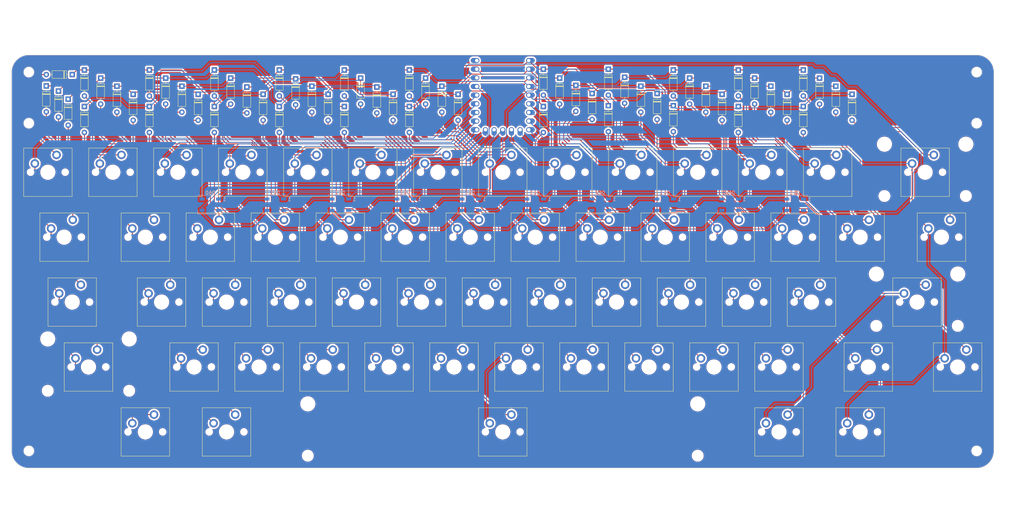
<source format=kicad_pcb>
(kicad_pcb (version 20221018) (generator pcbnew)
  (layers (0 "F.Cu" signal) (31 "B.Cu" signal) (34 "B.Paste" user) (35 "F.Paste" user) (36 "B.SilkS" user "B.Silkscreen") (37 "F.SilkS" user "F.Silkscreen") (38 "B.Mask" user) (39 "F.Mask" user) (44 "Edge.Cuts" user))
  (net 0 "")
  (net 1 "Row 0")
  (net 2 "Net-(D1-A)")
  (net 3 "Net-(D2-A)")
  (net 4 "Net-(D3-A)")
  (net 5 "Net-(D4-A)")
  (net 6 "Net-(D5-A)")
  (net 7 "Net-(D6-A)")
  (net 8 "Net-(D7-A)")
  (net 9 "Net-(D8-A)")
  (net 10 "Net-(D9-A)")
  (net 11 "Net-(D10-A)")
  (net 12 "Net-(D11-A)")
  (net 13 "Net-(D12-A)")
  (net 14 "Net-(D13-A)")
  (net 15 "Net-(D14-A)")
  (net 16 "Row 1")
  (net 17 "Net-(D15-A)")
  (net 18 "Net-(D16-A)")
  (net 19 "Net-(D17-A)")
  (net 20 "Net-(D18-A)")
  (net 21 "Net-(D19-A)")
  (net 22 "Net-(D20-A)")
  (net 23 "Net-(D21-A)")
  (net 24 "Net-(D22-A)")
  (net 25 "Net-(D23-A)")
  (net 26 "Net-(D24-A)")
  (net 27 "Net-(D25-A)")
  (net 28 "Net-(D26-A)")
  (net 29 "Net-(D27-A)")
  (net 30 "Net-(D28-A)")
  (net 31 "Row 2")
  (net 32 "Net-(D29-A)")
  (net 33 "Net-(D30-A)")
  (net 34 "Net-(D31-A)")
  (net 35 "Net-(D32-A)")
  (net 36 "Net-(D33-A)")
  (net 37 "Net-(D34-A)")
  (net 38 "Net-(D35-A)")
  (net 39 "Net-(D36-A)")
  (net 40 "Net-(D37-A)")
  (net 41 "Net-(D38-A)")
  (net 42 "Net-(D39-A)")
  (net 43 "Net-(D40-A)")
  (net 44 "Net-(D41-A)")
  (net 45 "Row 3")
  (net 46 "Net-(D42-A)")
  (net 47 "Net-(D43-A)")
  (net 48 "Net-(D44-A)")
  (net 49 "Net-(D45-A)")
  (net 50 "Net-(D46-A)")
  (net 51 "Net-(D47-A)")
  (net 52 "Net-(D48-A)")
  (net 53 "Net-(D49-A)")
  (net 54 "Net-(D50-A)")
  (net 55 "Net-(D51-A)")
  (net 56 "Net-(D52-A)")
  (net 57 "Net-(D53-A)")
  (net 58 "Net-(D54-A)")
  (net 59 "Row 4")
  (net 60 "Net-(D55-A)")
  (net 61 "Net-(D56-A)")
  (net 62 "Net-(D57-A)")
  (net 63 "Net-(D58-A)")
  (net 64 "Net-(D59-A)")
  (net 65 "Col 0")
  (net 66 "Col 1")
  (net 67 "Col 2")
  (net 68 "Col 3")
  (net 69 "Col 4")
  (net 70 "Col 5")
  (net 71 "Col 6")
  (net 72 "Col 7")
  (net 73 "Col 8")
  (net 74 "Col 9")
  (net 75 "Col 10")
  (net 76 "Col 11")
  (net 77 "Col 12")
  (net 78 "Col 13")
  (net 79 "VDD 5V")
  (net 81 "Net-(D60-DOUT)")
  (net 82 "GND")
  (net 83 "Din")
  (net 84 "Net-(D61-DOUT)")
  (net 85 "Net-(D62-DOUT)")
  (net 86 "Net-(D63-DOUT)")
  (net 87 "Net-(D64-DOUT)")
  (net 88 "Net-(D65-DOUT)")
  (net 89 "Net-(D66-DOUT)")
  (net 90 "Net-(D67-DOUT)")
  (net 91 "Net-(D68-DOUT)")
  (footprint "ScottoKeebs_MX:MX_PCB_1.00u" (layer "F.Cu") (at 293.35 96.521875)
    (fp_text reference "S54" hide)
    (fp_text value "Keyswitch" hide)
  )
  (footprint "ScottoKeebs_Components:Diode_DO-35" (layer "F.Cu") (at 51.653125 16.511875 -90)
    (fp_text reference "D43" hide)
    (fp_text value "Diode" hide)
  )
  (footprint "ScottoKeebs_Components:Diode_DO-35" (layer "F.Cu") (at 56.415625 9.368125 -90)
    (fp_text reference "D3" hide)
    (fp_text value "Diode" hide)
  )
  (footprint "ScottoKeebs_Components:Diode_DO-35" (layer "F.Cu") (at 33.81375 10.715625 180)
    (fp_text reference "D1" hide)
    (fp_text value "Diode" hide)
  )
  (footprint "ScottoKeebs_Components:Diode_DO-35" (layer "F.Cu") (at 32.603125 17.940625 -90)
    (fp_text reference "D42" hide)
    (fp_text value "Diode" hide)
  )
  (footprint "ScottoKeebs_MX:MX_PCB_1.00u" (layer "F.Cu") (at 126.6625 96.521875)
    (fp_text reference "S46" hide)
    (fp_text value "Keyswitch" hide)
  )
  (footprint "ScottoKeebs_MX:MX_PCB_1.00u" (layer "F.Cu") (at 74.275 58.421875)
    (fp_text reference "S17" hide)
    (fp_text value "Keyswitch" hide)
  )
  (footprint "ScottoKeebs_MX:MX_PCB_1.00u" (layer "F.Cu") (at 198.1 39.371875)
    (fp_text reference "S10" hide)
    (fp_text value "Keyswitch" hide)
  )
  (footprint "ScottoKeebs_Components:Diode_DO-35" (layer "F.Cu") (at 214.76875 11.749375 -90)
    (fp_text reference "D52" hide)
    (fp_text value "Diode" hide)
  )
  (footprint "ScottoKeebs_Components:Diode_DO-35" (layer "F.Cu") (at 127.853125 16.511875 -90)
    (fp_text reference "D21" hide)
    (fp_text value "Diode" hide)
  )
  (footprint "ScottoKeebs_Components:Diode_DO-35" (layer "F.Cu") (at 108.803125 16.511875 -90)
    (fp_text reference "D20" hide)
    (fp_text value "Diode" hide)
  )
  (footprint "ScottoKeebs_MX:MX_PCB_1.00u" (layer "F.Cu") (at 264.775 115.571875)
    (fp_text reference "S59" hide)
    (fp_text value "Keyswitch" hide)
  )
  (footprint "ScottoKeebs_MX:MX_PCB_1.00u" (layer "F.Cu") (at 160 39.371875)
    (fp_text reference "S8" hide)
    (fp_text value "Keyswitch" hide)
  )
  (footprint "ScottoKeebs_Components:Diode_DO-35" (layer "F.Cu") (at 123.090625 14.36875 -90)
    (fp_text reference "D7" hide)
    (fp_text value "Diode" hide)
  )
  (footprint "ScottoKeebs_MX:MX_PCB_1.00u" (layer "F.Cu") (at 169.525 58.421875)
    (fp_text reference "S22" hide)
    (fp_text value "Keyswitch" hide)
  )
  (footprint "ScottoKeebs_MX:MX_PCB_1.00u" (layer "F.Cu") (at 26.65 39.371875)
    (fp_text reference "S1" hide)
    (fp_text value "Keyswitch" hide)
  )
  (footprint "ScottoKeebs_Components:Diode_DO-35" (layer "F.Cu") (at 75.465625 20.08375 -90)
    (fp_text reference "D4" hide)
    (fp_text value "Diode" hide)
  )
  (footprint "ScottoKeebs_Components:Diode_DO-35" (layer "F.Cu") (at 181.43125 13.8925 -90)
    (fp_text reference "D37" hide)
    (fp_text value "Diode" hide)
  )
  (footprint "ScottoKeebs_Components:Diode_DO-35" (layer "F.Cu") (at 42.128125 11.749375 -90)
    (fp_text reference "D16" hide)
    (fp_text value "Diode" hide)
  )
  (footprint "ScottoKeebs_Components:Diode_DO-35" (layer "F.Cu") (at 248.10625 20.08375 -90)
    (fp_text reference "D27" hide)
    (fp_text value "Diode" hide)
  )
  (footprint "ScottoKeebs_Components:Diode_DO-35" (layer "F.Cu") (at 37.365625 20.08375 -90)
    (fp_text reference "D55" hide)
    (fp_text value "Diode" hide)
  )
  (footprint "ScottoKeebs_MX:MX_PCB_1.00u" (layer "F.Cu") (at 64.75 39.371875)
    (fp_text reference "S3" hide)
    (fp_text value "Keyswitch" hide)
  )
  (footprint "ScottoKeebs_Components:Diode_DO-35" (layer "F.Cu") (at 210.00625 9.368125 -90)
    (fp_text reference "D39" hide)
    (fp_text value "Diode" hide)
  )
  (footprint "ScottoKeebs_MX:MX_PCB_2.25u" (layer "F.Cu") (at 38.55625 96.521875)
    (fp_text reference "S42" hide)
    (fp_text value "Keyswitch" hide)
  )
  (footprint "ScottoKeebs_MX:MX_PCB_1.75u" (layer "F.Cu") (at 267.15625 96.521875)
    (fp_text reference "S53" hide)
    (fp_text value "Keyswitch" hide)
  )
  (footprint "ScottoKeebs_Stabilizer:Stabilizer_MX_2.00u" (layer "F.Cu") (at 38.55625 96.521875 180)
    (fp_text reference "REF**" hide)
    (fp_text value "Stabilizer_MX_2.00u" hide)
  )
  (footprint "ScottoKeebs_MX:MX_PCB_1.00u" (layer "F.Cu") (at 55.225 115.571875)
    (fp_text reference "S55" hide)
    (fp_text value "Keyswitch" hide)
  )
  (footprint "ScottoKeebs_MX:MX_PCB_1.50u" (layer "F.Cu") (at 79.0375 115.571875)
    (fp_text reference "S56" hide)
    (fp_text value "Keyswitch" hide)
  )
  (footprint "ScottoKeebs_MX:MX_PCB_1.00u" (layer "F.Cu") (at 98.0875 77.471875)
    (fp_text reference "S32" hide)
    (fp_text value "Keyswitch" hide)
  )
  (footprint "ScottoKeebs_MX:MX_PCB_1.00u" (layer "F.Cu") (at 245.725 58.421875)
    (fp_text reference "S26" hide)
    (fp_text value "Keyswitch" hide)
  )
  (footprint "ScottoKeebs_Components:Diode_DO-35" (layer "F.Cu") (at 94.515625 9.368125 -90)
    (fp_text reference "D33" hide)
    (fp_text value "Diode" hide)
  )
  (footprint "ScottoKeebs_MX:MX_PCB_1.00u" (layer "F.Cu") (at 264.775 58.421875)
    (fp_text reference "S27" hide)
    (fp_text value "Keyswitch" hide)
  )
  (footprint "ScottoKeebs_MX:MX_PCB_1.00u" (layer "F.Cu") (at 240.9625 96.521875)
    (fp_text reference "S52" hide)
    (fp_text value "Keyswitch" hide)
  )
  (footprint "ScottoKeebs_Components:Diode_DO-35" (layer "F.Cu") (at 195.71875 11.51125 -90)
    (fp_text reference "D38" hide)
    (fp_text value "Diode" hide)
  )
  (footprint "ScottoKeebs_MX:MX_PCB_1.00u" (layer "F.Cu") (at 226.675 58.421875)
    (fp_text reference "S25" hide)
    (fp_text value "Keyswitch" hide)
  )
  (footprint "ScottoKeebs_Components:Diode_DO-35" (layer "F.Cu") (at 186.19375 16.27375 -90)
    (fp_text reference "D50" hide)
    (fp_text value "Diode" hide)
  )
  (footprint "ScottoKeebs_Stabilizer:Stabilizer_MX_2.00u" (layer "F.Cu") (at 283.825 39.371875 180)
    (fp_text reference "REF**" hide)
    (fp_text value "Stabilizer_MX_2.00u" hide)
  )
  (footprint "ScottoKeebs_Components:Diode_DO-35" (layer "F.Cu") (at 132.615625 20.08375 -90)
    (fp_text reference "D35" hide)
    (fp_text value "Diode" hide)
  )
  (footprint "ScottoKeebs_MX:MX_PCB_1.00u" (layer "F.Cu") (at 174.2875 77.471875)
    (fp_text reference "S36" hide)
    (fp_text value "Keyswitch" hide)
  )
  (footprint "ScottoKeebs_MX:MX_PCB_1.00u" (layer "F.Cu") (at 121.9 39.371875)
    (fp_text reference "S6" hide)
    (fp_text value "Keyswitch" hide)
  )
  (footprint "ScottoKeebs_Components:Diode_DO-35" (layer "F.Cu") (at 142.140625 14.130625 -90)
    (fp_text reference "D22" hide)
    (fp_text value "Diode" hide)
  )
  (footprint "ScottoKeebs_MX:MX_PCB_1.00u" (layer "F.Cu") (at 69.5125 96.521875)
    (fp_text reference "S43" hide)
    (fp_text value "Keyswitch" hide)
  )
  (footprint "ScottoKeebs_Components:Diode_DO-35" (layer "F.Cu") (at 104.040625 14.130625 -90)
    (fp_text reference "D6" hide)
    (fp_text value "Diode" hide)
  )
  (footprint "ScottoKeebs_MX:MX_PCB_1.00u" (layer "F.Cu") (at 112.375 58.421875)
    (fp_text reference "S19" hide)
    (fp_text value "Keyswitch" hide)
  )
  (footprint "ScottoKeebs_MX:MX_PCB_1.00u" (layer "F.Cu") (at 188.575 58.421875)
    (fp_text reference "S23" hide)
    (fp_text value "Keyswitch" hide)
  )
  (footprint "ScottoKeebs_Components:Diode_DO-35" (layer "F.Cu") (at 29.765625 15.559375 -90)
    (fp_text reference "D29" hide)
    (fp_text value "Diode" hide)
  )
  (footprint "ScottoKeebs_Components:Diode_DO-35" (layer "F.Cu") (at 171.90625 20.08375 -90)
    (fp_text reference "D49" hide)
    (fp_text value "Diode" hide)
  )
  (footprint "ScottoKeebs_MX:MX_PCB_1.00u" (layer "F.Cu") (at 55.225 58.421875)
    (fp_text reference "S16" hide)
    (fp_text value "Keyswitch" hide)
  )
  (footprint "ScottoKeebs_MX:MX_PCB_1.00u" (layer "F.Cu") (at 207.625 58.421875)
    (fp_text reference "S24" hide)
    (fp_text value "Keyswitch" hide)
  )
  (footprint "ScottoKeebs_Components:Diode_DO-35" (layer "F.Cu") (at 70.703125 16.511875 -90)
    (fp_text reference "D44" hide)
    (fp_text value "Diode" hide)
  )
  (footprint "ScottoKeebs_MX:MX_PCB_1.00u" (layer "F.Cu") (at 150.475 58.421875)
    (fp_text reference "S21" hide)
    (fp_text value "Keyswitch" hide)
  )
  (footprint "ScottoKeebs_MX:MX_PCB_1.00u" (layer "F.Cu") (at 183.8125 96.521875)
    (fp_text reference "S49" hide)
    (fp_text value "Keyswitch" hide)
  )
  (footprint "ScottoKeebs_Components:Diode_DO-35" (layer "F.Cu") (at 190.95625 9.13 -90)
    (fp_text reference "D24" hide)
    (fp_text value "Diode" hide)
  )
  (footprint "ScottoKeebs_MX:MX_PCB_1.00u" (layer "F.Cu") (at 93.325 58.421875)
    (fp_text reference "S18" hide)
    (fp_text value "Keyswitch" hide)
  )
  (footprint "ScottoKeebs_MX:MX_PCB_1.00u" (layer "F.Cu") (at 164.7625 96.521875)
    (fp_text reference "S48" hide)
    (fp_text value "Keyswitch" hide)
  )
  (footprint "ScottoKeebs_MX:MX_PCB_7.00u" (layer "F.Cu") (at 160 115.571875)
    (fp_text reference "S57" hide)
    (fp_text value "Keyswitch" hide)
  )
  (footprint "ScottoKeebs_MX:MX_PCB_1.00u" (layer "F.Cu") (at 231.4375 77.471875)
    (fp_text reference "S39" hide)
    (fp_text value "Keyswitch" hide)
  )
  (footprint "ScottoKeebs_Components:Diode_DO-35" (layer "F.Cu") (at 176.66875 11.749375 -90)
    (fp_text reference "D23" hide)
    (fp_text value "Diode" hide)
  )
  (footprint "ScottoKeebs_Components:Diode_DO-35" (layer "F.Cu") (at 99.278125 11.9875 -90)
    (fp_text reference "D46" hide)
    (fp_text value "Diode" hide)
  )
  (footprint "ScottoKeebs_Components:Diode_DO-35" (layer "F.Cu") (at 146.903125 16.511875 -90)
    (fp_text reference "D36" hide)
    (fp_text value "Diode" hide)
  )
  (footprint "ScottoKeebs_MX:MX_PCB_1.00u" (layer "F.Cu") (at 83.8 39.371875)
    (fp_text reference "S4" hide)
    (fp_text value "Keyswitch" hide)
  )
  (footprint "ScottoKeebs_MX:MX_PCB_2.25u" (layer "F.Cu") (at 281.44375 77.471875)
    (fp_text reference "S41" hide)
    (fp_text value "Keyswitch" hide)
  )
  (footprint "ScottoKeebs_Components:Diode_DO-35" (layer "F.Cu") (at 252.86875 11.749375 -90)
    (fp_text reference "D54" hide)
    (fp_text value "Diode" hide)
  )
  (footprint "ScottoKeebs_MX:MX_PCB_1.50u" (layer "F.Cu") (at 288.5875 58.421875)
    (fp_text reference "S28" hide)
    (fp_text value "Keyswitch" hide)
  )
  (footprint "ScottoKeebs_Components:Diode_DO-35" (layer "F.Cu") (at 257.63125 14.130625 -90)
    (fp_text reference "D14" hide)
    (fp_text value "Diode" hide)
  )
  (footprint "ScottoKeebs_Components:Diode_DO-35" (layer "F.Cu") (at 205.24375 16.27375 -90)
    (fp_text reference "D11" hide)
    (fp_text value "Diode" hide)
  )
  (footprint "ScottoKeebs_MX:MX_PCB_1.00u" (layer "F.Cu") (at 212.3875 77.471875)
    (fp_text reference "S38" hide)
    (fp_text value "Keyswitch" hide)
  )
  (footprint "ScottoKeebs_MX:MX_PCB_1.00u" (layer "F.Cu") (at 136.1875 77.471875)
    (fp_text reference "S34" hide)
    (fp_text value "Keyswitch" hide)
  )
  (footprint "ScottoKeebs_Components:Diode_DO-35" (layer "F.Cu") (at 229.05625 9.368125 -90)
    (fp_text reference "D40" hide)
    (fp_text value "Diode" hide)
  )
  (footprint "ScottoKeebs_Components:Diode_DO-35" (layer "F.Cu") (at 229.05625 20.08375 -90)
    (fp_text reference "D26" hide)
    (fp_text value "Diode" hide)
  )
  (footprint "ScottoKeebs_MX:MX_PCB_1.00u" (layer "F.Cu") (at 102.85 39.371875)
    (fp_text reference "S5" hide)
    (fp_text value "Keyswitch" hide)
  )
  (footprint "ScottoKeebs_Components:Diode_DO-35" (layer "F.Cu") (at 262.39375 16.511875 -90)
    (fp_text reference "D28" hide)
    (fp_text value "Diode" hide)
  )
  (footprint "ScottoKeebs_Components:Diode_DO-35" (layer "F.Cu") (at 56.415625 20.08375 -90)
    (fp_text reference "D56" hide)
    (fp_text value "Diode" hide)
  )
  (footprint "ScottoKeebs_MX:MX_PCB_2.00u" (layer "F.Cu") (at 283.825 39.371875)
    (fp_text reference "S14" hide)
    (fp_text value "Keyswitch" hide)
  )
  (footprint "ScottoKeebs_Components:Diode_DO-35" (layer "F.Cu") (at 137.378125 11.749375 -90)
    (fp_text reference "D8" hide)
    (fp_text value "Diode" hide)
  )
  (footprint "ScottoKeebs_MX:MX_PCB_1.00u" (layer "F.Cu") (at 155.2375 77.471875)
    (fp_text reference "S35" hide)
    (fp_text value "Keyswitch" hide)
  )
  (footprint "ScottoKeebs_MX:MX_PCB_1.00u" (layer "F.Cu") (at 88.5625 96.521875)
    (fp_text reference "S44" hide)
    (fp_text value "Keyswitch" hide)
  )
  (footprint "ScottoKeebs_Components:Diode_DO-35" (layer "F.Cu") (at 46.890625 14.130625 -90)
    (fp_text reference "D30" hide)
    (fp_text value "Diode" hide)
  )
  (footprint "ScottoKeebs_Components:Diode_DO-35" (layer "F.Cu") (at 113.565625 20.08375 -90)
    (fp_text reference "D34" hide)
    (fp_text value "Diode" hide)
  )
  (footprint "ScottoKeebs_MX:MX_PCB_1.00u" (layer "F.Cu") (at 140.95 39.371875)
    (fp_text reference "S7" hide)
    (fp_text value "Keyswitch" hide)
  )
  (footprint "ScottoKeebs_MX:MX_PCB_1.00u" (layer "F.Cu") (at 255.25 39.371875)
    (fp_text reference "S13" hide)
    (fp_text value "Keyswitch" hide)
  )
  (footprint "ScottoKeebs_Components:Diode_DO-35" (layer "F.Cu") (at 65.940625 14.130625 -90)
    (fp_text reference "D31" hide)
    (fp_text value "Diode" hide)
  )
  (footprint "ScottoKeebs_Components:Diode_DO-35" (layer "F.Cu") (at 113.565625 9.368125 -90)
    (fp_text reference "D47" hide)
    (fp_text value "Diode" hide)
  )
  (footprint "ScottoKeebs_MX:MX_PCB_1.00u" (layer "F.Cu") (at 117.1375 77.471875)
    (fp_text reference "S33" hide)
    (fp_text value "Keyswitch" hide)
  )
  (footprint "ScottoKeebs_Stabilizer:Stabilizer_MX_2.00u" (layer "F.Cu") (at 281.44375 77.471875 180)
    (fp_text reference "REF**" hide)
    (fp_text value "Stabilizer_MX_2.00u" hide)
  )
  (footprint "ScottoKeebs_Components:Diode_DO-35" (layer "F.Cu") (at 37.365625 9.368125 -90)
    (fp_text reference "D2" hide)
    (fp_text value "Diode" hide)
  )
  (footprint "ScottoKeebs_MX:MX_PCB_1.50u" (layer "F.Cu") (at 240.9625 115.571875)
    (fp_text reference "S58" hide)
    (fp_text value "Keyswitch" hide)
  )
  (footprint "ScottoKeebs_Components:Diode_DO-35" (layer "F.Cu") (at 132.615625 9.368125 -90)
    (fp_text reference "D48" hide)
    (fp_text value "Diode" hide)
  )
  (footprint "ScottoKeebs_MX:MX_PCB_1.00u" (layer "F.Cu") (at 217.15 39.371875)
    (fp_text reference "S11" hide)
    (fp_text value "Keyswitch" hide)
  )
  (footprint "ScottoKeebs_Components:Diode_DO-35" (layer "F.Cu") (at 89.753125 16.511875 -90)
    (fp_text reference "D5" hide)
    (fp_text value "Diode" hide)
  )
  (footprint "ScottoKeebs_Components:Diode_DO-35" (layer "F.Cu") (at 219.53125 14.130625 -90)
    (fp_text reference "D58" hide)
    (fp_text value "Diode" hide)
  )
  (footprint "ScottoKeebs_Components:Diode_DO-35" (layer "F.Cu") (at 84.990625 14.36875 -90)
    (fp_text reference "D45" hide)
    (fp_text value "Diode" hide)
  )
  (footprint "ScottoKeebs_Components:Diode_DO-35" (layer "F.Cu") (at 75.465625 9.368125 -90)
    (fp_text reference "D18" hide)
    (fp_text value "Diode" hide)
  )
  (footprint "ScottoKeebs_Components:Diode_DO-35" (layer "F.Cu") (at 200.48125 14.130625 -90)
    (fp_text reference "D51" hide)
    (fp_text value "Diode" hide)
  )
  (footprint "ScottoKeebs_Components:Diode_DO-35" (layer "F.Cu") (at 243.34375 16.511875 -90)
    (fp_text reference "D13" hide)
    (fp_text value "Diode" hide)
  )
  (footprint "ScottoKeebs_Components:Diode_DO-35" (layer "F.Cu") (at 233.81875 11.749375 -90)
    (fp_text reference "D53" hide)
    (fp_text value "Diode" hide)
  )
  (footprint "ScottoKeebs_MX:MX_PCB_1.00u" (layer "F.Cu") (at 250.4875 77.471875)
    (fp_text reference "S40" hide)
    (fp_text value "Keyswitch" hide)
  )
  (footprint "ScottoKeebs_MX:MX_PCB_1.00u" (layer "F.Cu") (at 79.0375 77.471875)
    (fp_text reference "S31" hide)
    (fp_text value "Keyswitch" hide)
  )
  (footprint "ScottoKeebs_Components:Diode_DO-35" (layer "F.Cu") (at 224.29375 16.511875 -90)
    (fp_text reference "D12" hide)
    (fp_text value "Diode" hide)
  )
  (footprint "ScottoKeebs_Components:Diode_DO-35" (layer "F.Cu") (at 238.58125 14.130625 -90)
    (fp_text reference "D59" hide)
    (fp_text value "Diode" hide)
  )
  (footprint "ScottoKeebs_Components:Diode_DO-35" (layer "F.Cu") (at 171.90625 9.13 -90)
    (fp_text reference "D9" hide)
    (fp_text value "Diode" hide)
  )
  (footprint "ScottoKeebs_Components:Diode_DO-35" (layer "F.Cu") (at 210.00625 19.845625 -90)
    (fp_text reference "D25" hide)
    (fp_text value "Diode" hide)
  )
  (footprint "ScottoKeebs_MX:MX_PCB_1.00u" (layer "F.Cu") (at 45.7 39.371875)
    (fp_text reference "S2" hide)
    (fp_text value "Keyswitch" hide)
  )
  (footprint "ScottoKeebs_MX:MX_PCB_1.00u" (layer "F.Cu") (at 202.8625 96.521875)
    (fp_text reference "S50" hide)
    (fp_text value "Keyswitch" hide)
  )
  (footprint "ScottoKeebs_Components:Diode_DO-35" (layer "F.Cu") (at 248.10625 9.368125 -90)
    (fp_text reference "D41" hide)
    (fp_text value "Diode" hide)
  )
  (footprint "ScottoKeebs_MCU:RP2040_Zero" (layer "F.Cu") (at 160 16.75)
    (fp_text reference "U1" hide)
    (fp_text value "RP2040_Zero" hide)
  )
  (footprint "ScottoKeebs_MX:MX_PCB_1.00u" (layer "F.Cu") (at 193.3375 77.471875)
    (fp_text reference "S37" hide)
    (fp_text value "Keyswitch" hide)
  )
  (footprint "ScottoKeebs_MX:MX_PCB_1.75u" (layer "F.Cu") (at 33.79375 77.471875)
    (fp_text reference "S29" hide)
    (fp_text value "Keyswitch" hide)
  )
  (footprint "ScottoKeebs_Components:Diode_DO-35" (layer "F.Cu") (at 118.328125 11.749375 -90)
    (fp_text reference "D57" hide)
    (fp_text value "Diode" hide)
  )
  (footprint "ScottoKeebs_MX:MX_PCB_1.00u" (layer "F.Cu") (at 59.9875 77.471875)
    (fp_text reference "S30" hide)
    (fp_text value "Keyswitch" hide)
  )
  (footprint "ScottoKeebs_MX:MX_PCB_1.00u" (layer "F.Cu") (at 145.7125 96.521875)
    (fp_text reference "S47" hide)
    (fp_text value "Keyswitch" hide)
  )
  (footprint "ScottoKeebs_Components:Diode_DO-35" (layer "F.Cu") (at 80.228125 11.749375 -90)
    (fp_text reference "D32" hide)
    (fp_text value "Diode" hide)
  )
  (footprint "ScottoKeebs_Components:Diode_DO-35" (layer "F.Cu") (at 61.178125 11.749375 -90)
    (fp_text reference "D17" hide)
    (fp_text value "Diode" hide)
  )
  (footprint "ScottoKeebs_Components:Diode_DO-35" (layer "F.Cu") (at 26.19375 14.049375 -90)
    (fp_text reference "D15" hide)
    (fp_text value "Diode" hide)
  )
  (footprint "ScottoKeebs_MX:MX_PCB_1.00u" (layer "F.Cu") (at 221.9125 96.521875)
    (fp_text reference "S51" hide)
    (fp_text value "Keyswitch" hide)
  )
  (footprint "ScottoKeebs_MX:MX_PCB_1.00u" (layer "F.Cu") (at 236.2 39.371875)
    (fp_text reference "S12" hide)
    (fp_text value "Keyswitch" hide)
  )
  (footprint "ScottoKeebs_MX:MX_PCB_1.50u" (layer "F.Cu") (at 31.4125 58.421875)
    (fp_text reference "S15" hide)
    (fp_text value "Keyswitch" hide)
  )
  (footprint "ScottoKeebs_MX:MX_PCB_1.00u" (layer "F.Cu") (at 107.6125 96.521875)
    (fp_text reference "S45" hide)
    (fp_text value "Keyswitch" hide)
  )
  (footprint "ScottoKeebs_MX:MX_PCB_1.00u" (layer "F.Cu") (at 131.425 58.421875)
    (fp_text reference "S20" hide)
    (fp_text value "Keyswitch" hide)
  )
  (footprint "ScottoKeebs_MX:MX_PCB_1.00u" (layer "F.Cu") (at 179.05 39.371875)
    (fp_text reference "S9" hide)
    (fp_text value "Keyswitch" hide)
  )
  (footprint "ScottoKeebs_Components:Diode_DO-35" (layer "F.Cu") (at 94.515625 20.08375 -90)
    (fp_text reference "D19" hide)
    (fp_text value "Diode" hide)
  )
  (footprint "ScottoKeebs_Components:Diode_DO-35" (layer "F.Cu") (at 190.95625 19.845625 -90)
    (fp_text reference "D10" hide)
    (fp_text value "Diode" hide)
  )
  (footprint "ScottoKeebs_Components:LED_WS2812B" (layer "B.Cu") (at 93.325 48.896875 180)
    (fp_text reference "D61")
    (fp_text value "LED_WS2812B")
  )
  (footprint "ScottoKeebs_Components:LED_WS2812B" (layer "B.Cu") (at 188.575 48.896875 180)
    (fp_text reference "D66")
    (fp_text value "LED_WS2812B")
  )
  (footprint "ScottoKeebs_Components:LED_WS2812B" (layer "B.Cu") (at 169.525 48.896875 180)
    (fp_text reference "D65")
    (fp_text value "LED_WS2812B")
  )
  (footprint "ScottoKeebs_Components:LED_WS2812B" (layer "B.Cu") (at 207.625 48.896875 180)
    (fp_text reference "D67")
    (fp_text value "LED_WS2812B")
  )
  (footprint "ScottoKeebs_Stabilizer:Stabilizer_MX_7.00u" (layer "B.Cu") (at 160 115.571875)
    (fp_text reference "REF**" hide)
    (fp_text value "Stabilizer_MX_7.00u" hide)
  )
  (footprint "ScottoKeebs_Components:LED_WS2812B" (layer "B.Cu") (at 245.725 48.896875 180)
    (fp_text reference "D69")
    (fp_text value "LED_WS2812B")
  )
  (footprint "ScottoKeebs_Components:LED_WS2812B" (layer "B.Cu") (at 226.675 48.896875 180)
    (fp_text reference "D68")
    (fp_text value "LED_WS2812B")
  )
  (footprint "ScottoKeebs_Components:LED_WS2812B" (layer "B.Cu") (at 131.425 48.896875 180)
    (fp_text reference "D63")
    (fp_text value "LED_WS2812B")
  )
  (footprint "ScottoKeebs_Components:LED_WS2812B" (layer "B.Cu") (at 150.475 48.896875 180)
    (fp_text reference "D64")
    (fp_text value "LED_WS2812B")
  )
  (footprint "ScottoKeebs_Components:LED_WS2812B" (layer "B.Cu") (at 74.275 48.896875 180)
    (fp_text reference "D60")
    (fp_text value "LED_WS2812B")
  )
  (footprint "ScottoKeebs_Components:LED_WS2812B" (layer "B.Cu") (at 112.375 48.896875 180)
    (fp_text reference "D62")
    (fp_text value "LED_WS2812B")
  )
  (gr_line (start 16.075 121.147) (end 16.075 9.999) (stroke (width 0.1)) (layer "Edge.Cuts"))
  (gr_circle (center 298.925 24.999) (end 300.475 24.999) (stroke (width 0.1)) (fill none) (layer "Edge.Cuts"))
  (gr_line (start 298.925 4.999) (end 21.075 4.999) (stroke (width 0.1)) (layer "Edge.Cuts"))
  (gr_line (start 303.925 9.999) (end 303.925 121.147) (stroke (width 0.1)) (layer "Edge.Cuts"))
  (gr_arc (start 16.075 9.999) (mid 17.539466 6.463466) (end 21.075 4.999) (stroke (width 0.1)) (layer "Edge.Cuts"))
  (gr_circle (center 298.925 121.147) (end 300.475 121.147) (stroke (width 0.1)) (fill none) (layer "Edge.Cuts"))
  (gr_arc (start 298.925 4.999) (mid 302.460534 6.463466) (end 303.925 9.999) (stroke (width 0.1)) (layer "Edge.Cuts"))
  (gr_circle (center 21.075 24.999) (end 22.625 24.999) (stroke (width 0.1)) (fill none) (layer "Edge.Cuts"))
  (gr_circle (center 21.075 121.147) (end 22.625 121.147) (stroke (width 0.1)) (fill none) (layer "Edge.Cuts"))
  (gr_circle (center 298.925 9.999) (end 300.475 9.999) (stroke (width 0.1)) (fill none) (layer "Edge.Cuts"))
  (gr_arc (start 21.075 126.147) (mid 17.539466 124.682534) (end 16.075 121.147) (stroke (width 0.1)) (layer "Edge.Cuts"))
  (gr_line (start 21.075 126.147) (end 298.925 126.147) (stroke (width 0.1)) (layer "Edge.Cuts"))
  (gr_arc (start 303.925 121.147) (mid 302.460534 124.682534) (end 298.925 126.147) (stroke (width 0.1)) (layer "Edge.Cuts"))
  (gr_circle (center 21.075 9.999) (end 22.626 9.999) (stroke (width 0.1)) (fill none) (layer "Edge.Cuts"))
  (segment (start 186.961562 14.791563) (end 190.95625 18.78625) (width 0.25) (layer "F.Cu") (net 1))
  (segment (start 171.90625 9.13) (end 170.16 9.13) (width 0.25) (layer "F.Cu") (net 1))
  (segment (start 187.556874 15.386875) (end 186.961562 14.791563) (width 0.25) (layer "F.Cu") (net 1))
  (segment (start 171.90625 9.13) (end 181.3 9.13) (width 0.25) (layer "F.Cu") (net 1))
  (segment (start 166.155 8.055) (end 141.0725 8.055) (width 0.25) (layer "F.Cu") (net 1))
  (segment (start 134.75875 14.36875) (end 137.378125 11.749375) (width 0.25) (layer "F.Cu") (net 1))
  (segment (start 89.753125 16.511875) (end 92.134375 14.130625) (width 0.25) (layer "F.Cu") (net 1))
  (segment (start 92.134375 14.130625) (end 104.040625 14.130625) (width 0.25) (layer "F.Cu") (net 1))
  (segment (start 35.16125 9.368125) (end 33.81375 10.715625) (width 0.25) (layer "F.Cu") (net 1))
  (segment (start 225.24625 15.559375) (end 224.29375 16.511875) (width 0.25) (layer "F.Cu") (net 1))
  (segment (start 141.0725 8.055) (end 137.378125 11.749375) (width 0.25) (layer "F.Cu") (net 1))
  (segment (start 181.3 9.13) (end 186.961562 14.791563) (width 0.25) (layer "F.Cu") (net 1))
  (segment (start 204.356875 15.386875) (end 187.556874 15.386875) (width 0.25) (layer "F.Cu") (net 1))
  (segment (start 37.365625 9.368125) (end 35.16125 9.368125) (width 0.25) (layer "F.Cu") (net 1))
  (segment (start 170.16 9.13) (end 167.62 6.59) (width 0.25) (layer "F.Cu") (net 1))
  (segment (start 205.24375 16.27375) (end 204.356875 15.386875) (width 0.25) (layer "F.Cu") (net 1))
  (segment (start 242.39125 15.559375) (end 225.24625 15.559375) (width 0.25) (layer "F.Cu") (net 1))
  (segment (start 245.725 14.130625) (end 243.34375 16.511875) (width 0.25) (layer "F.Cu") (net 1))
  (segment (start 243.34375 16.511875) (end 242.39125 15.559375) (width 0.25) (layer "F.Cu") (net 1))
  (segment (start 123.090625 14.36875) (end 134.75875 14.36875) (width 0.25) (layer "F.Cu") (net 1))
  (segment (start 65.809375 9.368125) (end 75.465625 19.024375) (width 0.25) (layer "F.Cu") (net 1))
  (segment (start 56.415625 9.368125) (end 37.365625 9.368125) (width 0.25) (layer "F.Cu") (net 1))
  (segment (start 257.63125 14.130625) (end 245.725 14.130625) (width 0.25) (layer "F.Cu") (net 1))
  (segment (start 122.8525 14.130625) (end 123.090625 14.36875) (width 0.25) (layer "F.Cu") (net 1))
  (segment (start 167.62 6.59) (end 166.155 8.055) (width 0.25) (layer "F.Cu") (net 1))
  (segment (start 56.415625 9.368125) (end 65.809375 9.368125) (width 0.25) (layer "F.Cu") (net 1))
  (segment (start 190.95625 18.78625) (end 190.95625 19.845625) (width 0.25) (layer "F.Cu") (net 1))
  (segment (start 75.465625 19.024375) (end 75.465625 20.08375) (width 0.25) (layer "F.Cu") (net 1))
  (segment (start 89.753125 16.511875) (end 79.0375 16.511875) (width 0.25) (layer "B.Cu") (net 1))
  (segment (start 104.2525 13.91875) (end 122.640625 13.91875) (width 0.25) (layer "B.Cu") (net 1))
  (segment (start 205.654375 15.863125) (end 205.24375 16.27375) (width 0.25) (layer "B.Cu") (net 1))
  (segment (start 223.645 15.863125) (end 205.654375 15.863125) (width 0.25) (layer "B.Cu") (net 1))
  (segment (start 104.040625 14.130625) (end 104.2525 13.91875) (width 0.25) (layer "B.Cu") (net 1))
  (segment (start 122.640625 13.91875) (end 123.090625 14.36875) (width 0.25) (layer "B.Cu") (net 1))
  (segment (start 224.29375 16.511875) (end 223.645 15.863125) (width 0.25) (layer "B.Cu") (net 1))
  (segment (start 79.0375 16.511875) (end 75.465625 20.08375) (width 0.25) (layer "B.Cu") (net 1))
  (segment (start 25.003125 10.715625) (end 23.8125 11.90625) (width 0.25) (layer "F.Cu") (net 2))
  (segment (start 23.8125 28.914375) (end 29.19 34.291875) (width 0.25) (layer "F.Cu") (net 2))
  (segment (start 26.19375 10.715625) (end 25.003125 10.715625) (width 0.25) (layer "F.Cu") (net 2))
  (segment (start 23.8125 11.90625) (end 23.8125 28.914375) (width 0.25) (layer "F.Cu") (net 2))
  (segment (start 37.365625 16.988125) (end 39.746875 19.369375) (width 0.25) (layer "F.Cu") (net 3))
  (segment (start 39.746875 19.369375) (end 39.746875 32.228125) (width 0.25) (layer "F.Cu") (net 3))
  (segment (start 41.810625 34.291875) (end 48.24 34.291875) (width 0.25) (layer "F.Cu") (net 3))
  (segment (start 39.746875 32.228125) (end 41.810625 34.291875) (width 0.25) (layer "F.Cu") (net 3))
  (segment (start 56.415625 16.988125) (end 58.796875 19.369375) (width 0.25) (layer "F.Cu") (net 4))
  (segment (start 58.796875 28.65625) (end 64.4325 34.291875) (width 0.25) (layer "F.Cu") (net 4))
  (segment (start 64.4325 34.291875) (end 67.29 34.291875) (width 0.25) (layer "F.Cu") (net 4))
  (segment (start 58.796875 19.369375) (end 58.796875 28.65625) (width 0.25) (layer "F.Cu") (net 4))
  (segment (start 75.465625 32.228125) (end 77.846875 34.609375) (width 0.25) (layer "F.Cu") (net 5))
  (segment (start 86.0225 34.609375) (end 86.34 34.291875) (width 0.25) (layer "F.Cu") (net 5))
  (segment (start 75.465625 27.70375) (end 75.465625 32.228125) (width 0.25) (layer "F.Cu") (net 5))
  (segment (start 77.846875 34.609375) (end 86.0225 34.609375) (width 0.25) (layer "F.Cu") (net 5))
  (segment (start 89.753125 24.131875) (end 89.753125 29.846875) (width 0.25) (layer "F.Cu") (net 6))
  (segment (start 94.198125 34.291875) (end 105.39 34.291875) (width 0.25) (layer "F.Cu") (net 6))
  (segment (start 89.753125 29.846875) (end 94.198125 34.291875) (width 0.25) (layer "F.Cu") (net 6))
  (segment (start 124.44 34.291875) (end 113.248125 34.291875) (width 0.25) (layer "F.Cu") (net 7))
  (segment (start 104.040625 27.465625) (end 104.040625 21.750625) (width 0.25) (layer "F.Cu") (net 7))
  (segment (start 113.248125 34.291875) (end 107.6125 28.65625) (width 0.25) (layer "F.Cu") (net 7))
  (segment (start 105.23125 28.65625) (end 104.040625 27.465625) (width 0.25) (layer "F.Cu") (net 7))
  (segment (start 107.6125 28.65625) (end 105.23125 28.65625) (width 0.25) (layer "F.Cu") (net 7))
  (segment (start 123.090625 26.275) (end 124.28125 27.465625) (width 0.25) (layer "F.Cu") (net 8))
  (segment (start 133.48875 34.291875) (end 143.49 34.291875) (width 0.25) (layer "F.Cu") (net 8))
  (segment (start 123.090625 21.98875) (end 123.090625 26.275) (width 0.25) (layer "F.Cu") (net 8))
  (segment (start 126.6625 27.465625) (end 133.48875 34.291875) (width 0.25) (layer "F.Cu") (net 8))
  (segment (start 124.28125 27.465625) (end 126.6625 27.465625) (width 0.25) (layer "F.Cu") (net 8))
  (segment (start 137.378125 27.465625) (end 138.56875 28.65625) (width 0.25) (layer "F.Cu") (net 9))
  (segment (start 152.53875 34.291875) (end 162.54 34.291875) (width 0.25) (layer "F.Cu") (net 9))
  (segment (start 137.378125 19.369375) (end 137.378125 27.465625) (width 0.25) (layer "F.Cu") (net 9))
  (segment (start 146.903125 28.65625) (end 152.53875 34.291875) (width 0.25) (layer "F.Cu") (net 9))
  (segment (start 138.56875 28.65625) (end 146.903125 28.65625) (width 0.25) (layer "F.Cu") (net 9))
  (segment (start 176.35125 34.291875) (end 174.2875 32.228125) (width 0.25) (layer "F.Cu") (net 10))
  (segment (start 174.2875 32.228125) (end 174.2875 19.13125) (width 0.25) (layer "F.Cu") (net 10))
  (segment (start 181.59 34.291875) (end 176.35125 34.291875) (width 0.25) (layer "F.Cu") (net 10))
  (segment (start 174.2875 19.13125) (end 171.90625 16.75) (width 0.25) (layer "F.Cu") (net 10))
  (segment (start 193.02 34.291875) (end 200.64 34.291875) (width 0.25) (layer "F.Cu") (net 11))
  (segment (start 190.95625 27.465625) (end 190.95625 32.228125) (width 0.25) (layer "F.Cu") (net 11))
  (segment (start 190.95625 32.228125) (end 193.02 34.291875) (width 0.25) (layer "F.Cu") (net 11))
  (segment (start 205.24375 32.228125) (end 205.24375 23.89375) (width 0.25) (layer "F.Cu") (net 12))
  (segment (start 207.3075 34.291875) (end 205.24375 32.228125) (width 0.25) (layer "F.Cu") (net 12))
  (segment (start 219.69 34.291875) (end 207.3075 34.291875) (width 0.25) (layer "F.Cu") (net 12))
  (segment (start 225.64375 28.815625) (end 225.64375 32.228125) (width 0.25) (layer "F.Cu") (net 13))
  (segment (start 238.4225 34.609375) (end 238.74 34.291875) (width 0.25) (layer "F.Cu") (net 13))
  (segment (start 228.025 34.609375) (end 238.4225 34.609375) (width 0.25) (layer "F.Cu") (net 13))
  (segment (start 224.29375 27.465625) (end 225.64375 28.815625) (width 0.25) (layer "F.Cu") (net 13))
  (segment (start 225.64375 32.228125) (end 228.025 34.609375) (width 0.25) (layer "F.Cu") (net 13))
  (segment (start 224.29375 24.131875) (end 224.29375 27.465625) (width 0.25) (layer "F.Cu") (net 13))
  (segment (start 243.34375 24.131875) (end 243.34375 31.0375) (width 0.25) (layer "F.Cu") (net 14))
  (segment (start 243.34375 31.0375) (end 246.598125 34.291875) (width 0.25) (layer "F.Cu") (net 14))
  (segment (start 246.598125 34.291875) (end 257.79 34.291875) (width 0.25) (layer "F.Cu") (net 14))
  (segment (start 283.5075 34.291875) (end 286.365 34.291875) (width 0.25) (layer "F.Cu") (net 15))
  (segment (start 258.821875 27.465625) (end 276.68125 27.465625) (width 0.25) (layer "F.Cu") (net 15))
  (segment (start 257.63125 26.275) (end 258.821875 27.465625) (width 0.25) (layer "F.Cu") (net 15))
  (segment (start 257.63125 21.750625) (end 257.63125 26.275) (width 0.25) (layer "F.Cu") (net 15))
  (segment (start 276.68125 27.465625) (end 283.5075 34.291875) (width 0.25) (layer "F.Cu") (net 15))
  (segment (start 147.14125 14.130625) (end 150.676875 10.595) (width 0.25) (layer "F.Cu") (net 16))
  (segment (start 26.19375 14.049375) (end 28.813125 14.049375) (width 0.25) (layer "F.Cu") (net 16))
  (segment (start 207.625 19.13125) (end 207.625 15.559375) (width 0.25) (layer "F.Cu") (net 16))
  (segment (start 28.813125 14.049375) (end 29.765625 13.096875) (width 0.25) (layer "F.Cu") (net 16))
  (segment (start 141.4525 14.81875) (end 142.140625 14.130625) (width 0.25) (layer "F.Cu") (net 16))
  (segment (start 210.00625 19.845625) (end 208.339375 19.845625) (width 0.25) (layer "F.Cu") (net 16))
  (segment (start 167.62 9.13) (end 170.239375 11.749375) (width 0.25) (layer "F.Cu") (net 16))
  (segment (start 129.54625 14.81875) (end 141.4525 14.81875) (width 0.25) (layer "F.Cu") (net 16))
  (segment (start 201.195625 9.13) (end 190.95625 9.13) (width 0.25) (layer "F.Cu") (net 16))
  (segment (start 150.676875 10.595) (end 166.155 10.595) (width 0.25) (layer "F.Cu") (net 16))
  (segment (start 29.765625 13.096875) (end 40.780625 13.096875) (width 0.25) (layer "F.Cu") (net 16))
  (segment (start 166.155 10.595) (end 167.62 9.13) (width 0.25) (layer "F.Cu") (net 16))
  (segment (start 40.780625 13.096875) (end 42.128125 11.749375) (width 0.25) (layer "F.Cu") (net 16))
  (segment (start 208.339375 19.845625) (end 207.625 19.13125) (width 0.25) (layer "F.Cu") (net 16))
  (segment (start 42.128125 11.749375) (end 61.178125 11.749375) (width 0.25) (layer "F.Cu") (net 16))
  (segment (start 170.239375 11.749375) (end 176.66875 11.749375) (width 0.25) (layer "F.Cu") (net 16))
  (segment (start 207.625 15.559375) (end 201.195625 9.13) (width 0.25) (layer "F.Cu") (net 16))
  (segment (start 127.853125 16.511875) (end 129.54625 14.81875) (width 0.25) (layer "F.Cu") (net 16))
  (segment (start 142.140625 14.130625) (end 147.14125 14.130625) (width 0.25) (layer "F.Cu") (net 16))
  (segment (start 251.678125 16.511875) (end 248.10625 20.08375) (width 0.25) (layer "B.Cu") (net 16))
  (segment (start 94.515625 20.08375) (end 96.65875 17.940625) (width 0.25) (layer "B.Cu") (net 16))
  (segment (start 115.946875 14.36875) (end 109.99375 14.36875) (width 0.25) (layer "B.Cu") (net 16))
  (segment (start 190.95625 9.13) (end 179.288125 9.13) (width 0.25) (layer "B.Cu") (net 16))
  (segment (start 75.465625 9.368125) (end 87.13375 9.368125) (width 0.25) (layer "B.Cu") (net 16))
  (segment (start 262.39375 16.511875) (end 251.678125 16.511875) (width 0.25) (layer "B.Cu") (net 16))
  (segment (start 98.325625 16.511875) (end 108.803125 16.511875) (width 0.25) (layer "B.Cu") (net 16))
  (segment (start 96.896875 17.940625) (end 98.325625 16.511875) (width 0.25) (layer "B.Cu") (net 16))
  (segment (start 228.514375 20.625625) (end 229.05625 20.08375) (width 0.25) (layer "B.Cu") (net 16))
  (segment (start 229.05625 20.08375) (end 229.466875 20.494375) (width 0.25) (layer "B.Cu") (net 16))
  (segment (start 210.78625 20.625625) (end 228.514375 20.625625) (width 0.25) (layer "B.Cu") (net 16))
  (segment (start 61.178125 11.749375) (end 73.084375 11.749375) (width 0.25) (layer "B.Cu") (net 16))
  (segment (start 109.99375 14.36875) (end 108.803125 15.559375) (width 0.25) (layer "B.Cu") (net 16))
  (segment (start 73.084375 11.749375) (end 75.465625 9.368125) (width 0.25) (layer "B.Cu") (net 16))
  (segment (start 247.695625 20.494375) (end 248.10625 20.08375) (width 0.25) (layer "B.Cu") (net 16))
  (segment (start 118.09 16.511875) (end 115.946875 14.36875) (width 0.25) (layer "B.Cu") (net 16))
  (segment (start 127.853125 16.511875) (end 118.09 16.511875) (width 0.25) (layer "B.Cu") (net 16))
  (segment (start 229.466875 20.494375) (end 247.695625 20.494375) (width 0.25) (layer "B.Cu") (net 16))
  (segment (start 210.00625 19.845625) (end 210.78625 20.625625) (width 0.25) (layer "B.Cu") (net 16))
  (segment (start 96.65875 17.940625) (end 96.896875 17.940625) (width 0.25) (layer "B.Cu") (net 16))
  (segment (start 108.803125 15.559375) (end 108.803125 16.511875) (width 0.25) (layer "B.Cu") (net 16))
  (segment (start 92.134375 14.36875) (end 92.134375 17.7025) (width 0.25) (layer "B.Cu") (net 16))
  (segment (start 179.288125 9.13) (end 176.66875 11.749375) (width 0.25) (layer "B.Cu") (net 16))
  (segment (start 92.134375 17.7025) (end 94.515625 20.08375) (width 0.25) (layer "B.Cu") (net 16))
  (segment (start 87.13375 9.368125) (end 92.134375 14.36875) (width 0.25) (layer "B.Cu") (net 16))
  (segment (start 26.19375 28.2) (end 33.9525 35.95875) (width 0.25) (layer "F.Cu") (net 17))
  (segment (start 33.9525 35.95875) (end 33.9525 53.341875) (width 0.25) (layer "F.Cu") (net 17))
  (segment (start 26.19375 21.669375) (end 26.19375 28.2) (width 0.25) (layer "F.Cu") (net 17))
  (segment (start 52.84375 48.420625) (end 52.84375 34.609375) (width 0.25) (layer "F.Cu") (net 18))
  (segment (start 42.128125 28.65625) (end 42.128125 19.369375) (width 0.25) (layer "F.Cu") (net 18))
  (segment (start 44.509375 31.0375) (end 42.128125 28.65625) (width 0.25) (layer "F.Cu") (net 18))
  (segment (start 57.765 53.341875) (end 52.84375 48.420625) (width 0.25) (layer "F.Cu") (net 18))
  (segment (start 52.84375 34.609375) (end 49.271875 31.0375) (width 0.25) (layer "F.Cu") (net 18))
  (segment (start 49.271875 31.0375) (end 44.509375 31.0375) (width 0.25) (layer "F.Cu") (net 18))
  (segment (start 74.275 38.18125) (end 74.275 48.896875) (width 0.25) (layer "F.Cu") (net 19))
  (segment (start 76.815 51.436875) (end 76.815 53.341875) (width 0.25) (layer "F.Cu") (net 19))
  (segment (start 74.275 48.896875) (end 76.815 51.436875) (width 0.25) (layer "F.Cu") (net 19))
  (segment (start 62.36875 31.0375) (end 67.13125 31.0375) (width 0.25) (layer "F.Cu") (net 19))
  (segment (start 61.178125 19.369375) (end 61.178125 29.846875) (width 0.25) (layer "F.Cu") (net 19))
  (segment (start 61.178125 29.846875) (end 62.36875 31.0375) (width 0.25) (layer "F.Cu") (net 19))
  (segment (start 67.13125 31.0375) (end 74.275 38.18125) (width 0.25) (layer "F.Cu") (net 19))
  (segment (start 90.94375 51.278125) (end 93.0075 53.341875) (width 0.25) (layer "F.Cu") (net 20))
  (segment (start 90.94375 35.8) (end 90.94375 51.278125) (width 0.25) (layer "F.Cu") (net 20))
  (segment (start 86.18125 31.0375) (end 90.94375 35.8) (width 0.25) (layer "F.Cu") (net 20))
  (segment (start 75.465625 16.988125) (end 77.846875 19.369375) (width 0.25) (layer "F.Cu") (net 20))
  (segment (start 77.846875 19.369375) (end 77.846875 29.846875) (width 0.25) (layer "F.Cu") (net 20))
  (segment (start 93.0075 53.341875) (end 95.865 53.341875) (width 0.25) (layer "F.Cu") (net 20))
  (segment (start 77.846875 29.846875) (end 79.0375 31.0375) (width 0.25) (layer "F.Cu") (net 20))
  (segment (start 79.0375 31.0375) (end 86.18125 31.0375) (width 0.25) (layer "F.Cu") (net 20))
  (segment (start 94.515625 27.70375) (end 94.515625 31.0375) (width 0.25) (layer "F.Cu") (net 21))
  (segment (start 106.421875 32.228125) (end 109.99375 35.8) (width 0.25) (layer "F.Cu") (net 21))
  (segment (start 95.70625 32.228125) (end 106.421875 32.228125) (width 0.25) (layer "F.Cu") (net 21))
  (segment (start 94.515625 31.0375) (end 95.70625 32.228125) (width 0.25) (layer "F.Cu") (net 21))
  (segment (start 109.99375 51.278125) (end 112.0575 53.341875) (width 0.25) (layer "F.Cu") (net 21))
  (segment (start 112.0575 53.341875) (end 114.915 53.341875) (width 0.25) (layer "F.Cu") (net 21))
  (segment (start 109.99375 35.8) (end 109.99375 51.278125) (width 0.25) (layer "F.Cu") (net 21))
  (segment (start 129.04375 35.8) (end 129.04375 51.278125) (width 0.25) (layer "F.Cu") (net 22))
  (segment (start 123.090625 32.228125) (end 125.471875 32.228125) (width 0.25) (layer "F.Cu") (net 22))
  (segment (start 108.803125 24.131875) (end 108.803125 28.65625) (width 0.25) (layer "F.Cu") (net 22))
  (segment (start 108.803125 28.65625) (end 113.565625 33.41875) (width 0.25) (layer "F.Cu") (net 22))
  (segment (start 125.471875 32.228125) (end 129.04375 35.8) (width 0.25) (layer "F.Cu") (net 22))
  (segment (start 113.565625 33.41875) (end 121.9 33.41875) (width 0.25) (layer "F.Cu") (net 22))
  (segment (start 129.04375 51.278125) (end 131.1075 53.341875) (width 0.25) (layer "F.Cu") (net 22))
  (segment (start 121.9 33.41875) (end 123.090625 32.228125) (width 0.25) (layer "F.Cu") (net 22))
  (segment (start 131.1075 53.341875) (end 133.965 53.341875) (width 0.25) (layer "F.Cu") (net 22))
  (segment (start 133.80625 33.41875) (end 140.95 33.41875) (width 0.25) (layer "F.Cu") (net 23))
  (segment (start 148.09375 34.609375) (end 148.09375 51.278125) (width 0.25) (layer "F.Cu") (net 23))
  (segment (start 148.09375 51.278125) (end 150.1575 53.341875) (width 0.25) (layer "F.Cu") (net 23))
  (segment (start 142.140625 32.228125) (end 145.7125 32.228125) (width 0.25) (layer "F.Cu") (net 23))
  (segment (start 127.853125 24.131875) (end 127.853125 27.465625) (width 0.25) (layer "F.Cu") (net 23))
  (segment (start 145.7125 32.228125) (end 148.09375 34.609375) (width 0.25) (layer "F.Cu") (net 23))
  (segment (start 150.1575 53.341875) (end 153.015 53.341875) (width 0.25) (layer "F.Cu") (net 23))
  (segment (start 127.853125 27.465625) (end 133.80625 33.41875) (width 0.25) (layer "F.Cu") (net 23))
  (segment (start 140.95 33.41875) (end 142.140625 32.228125) (width 0.25) (layer "F.Cu") (net 23))
  (segment (start 167.14375 35.8) (end 167.14375 50.0875) (width 0.25) (layer "F.Cu") (net 24))
  (segment (start 146.903125 27.465625) (end 152.85625 33.41875) (width 0.25) (layer "F.Cu") (net 24))
  (segment (start 143.33125 27.465625) (end 146.903125 27.465625) (width 0.25) (layer "F.Cu") (net 24))
  (segment (start 167.14375 51.83375) (end 167.14375 50.0875) (width 0.25) (layer "F.Cu") (net 24))
  (segment (start 142.140625 26.275) (end 143.33125 27.465625) (width 0.25) (layer "F.Cu") (net 24))
  (segment (start 161.190625 32.228125) (end 163.571875 32.228125) (width 0.25) (layer "F.Cu") (net 24))
  (segment (start 168.651875 53.341875) (end 167.14375 51.83375) (width 0.25) (layer "F.Cu") (net 24))
  (segment (start 160 33.41875) (end 161.190625 32.228125) (width 0.25) (layer "F.Cu") (net 24))
  (segment (start 168.651875 53.341875) (end 172.065 53.341875) (width 0.25) (layer "F.Cu") (net 24))
  (segment (start 142.140625 21.750625) (end 142.140625 26.275) (width 0.25) (layer "F.Cu") (net 24))
  (segment (start 163.571875 32.228125) (end 167.14375 35.8) (width 0.25) (layer "F.Cu") (net 24))
  (segment (start 152.85625 33.41875) (end 160 33.41875) (width 0.25) (layer "F.Cu") (net 24))
  (segment (start 177.859375 32.228125) (end 182.621875 32.228125) (width 0.25) (layer "F.Cu") (net 25))
  (segment (start 183.8125 35.8) (end 182.621875 36.990625) (width 0.25) (layer "F.Cu") (net 25))
  (segment (start 183.8125 33.41875) (end 183.8125 35.8) (width 0.25) (layer "F.Cu") (net 25))
  (segment (start 176.66875 31.0375) (end 177.859375 32.228125) (width 0.25) (layer "F.Cu") (net 25))
  (segment (start 182.621875 48.896875) (end 187.066875 53.341875) (width 0.25) (layer "F.Cu") (net 25))
  (segment (start 176.66875 19.369375) (end 176.66875 31.0375) (width 0.25) (layer "F.Cu") (net 25))
  (segment (start 182.621875 36.990625) (end 182.621875 48.896875) (width 0.25) (layer "F.Cu") (net 25))
  (segment (start 182.621875 32.228125) (end 183.8125 33.41875) (width 0.25) (layer "F.Cu") (net 25))
  (segment (start 187.066875 53.341875) (end 191.115 53.341875) (width 0.25) (layer "F.Cu") (net 25))
  (segment (start 207.3075 53.341875) (end 210.165 53.341875) (width 0.25) (layer "F.Cu") (net 26))
  (segment (start 193.3375 19.13125) (end 193.3375 29.846875) (width 0.25) (layer "F.Cu") (net 26))
  (segment (start 190.95625 16.75) (end 193.3375 19.13125) (width 0.25) (layer "F.Cu") (net 26))
  (segment (start 195.71875 32.228125) (end 201.671875 32.228125) (width 0.25) (layer "F.Cu") (net 26))
  (segment (start 201.671875 32.228125) (end 205.24375 35.8) (width 0.25) (layer "F.Cu") (net 26))
  (segment (start 205.24375 35.8) (end 205.24375 51.278125) (width 0.25) (layer "F.Cu") (net 26))
  (segment (start 205.24375 51.278125) (end 207.3075 53.341875) (width 0.25) (layer "F.Cu") (net 26))
  (segment (start 193.3375 29.846875) (end 195.71875 32.228125) (width 0.25) (layer "F.Cu") (net 26))
  (segment (start 223.48 45.701875) (end 229.215 51.436875) (width 0.25) (layer "F.Cu") (net 27))
  (segment (start 210.00625 31.0375) (end 211.196875 32.228125) (width 0.25) (layer "F.Cu") (net 27))
  (segment (start 211.196875 32.228125) (end 220.721875 32.228125) (width 0.25) (layer "F.Cu") (net 27))
  (segment (start 229.215 51.436875) (end 229.215 53.341875) (width 0.25) (layer "F.Cu") (net 27))
  (segment (start 210.00625 27.465625) (end 210.00625 31.0375) (width 0.25) (layer "F.Cu") (net 27))
  (segment (start 223.48 34.98625) (end 223.48 45.701875) (width 0.25) (layer "F.Cu") (net 27))
  (segment (start 220.721875 32.228125) (end 223.48 34.98625) (width 0.25) (layer "F.Cu") (net 27))
  (segment (start 229.05625 27.70375) (end 229.05625 31.0375) (width 0.25) (layer "F.Cu") (net 28))
  (segment (start 243.34375 51.278125) (end 245.4075 53.341875) (width 0.25) (layer "F.Cu") (net 28))
  (segment (start 243.34375 35.8) (end 243.34375 51.278125) (width 0.25) (layer "F.Cu") (net 28))
  (segment (start 230.246875 32.228125) (end 239.771875 32.228125) (width 0.25) (layer "F.Cu") (net 28))
  (segment (start 239.771875 32.228125) (end 243.34375 35.8) (width 0.25) (layer "F.Cu") (net 28))
  (segment (start 229.05625 31.0375) (end 230.246875 32.228125) (width 0.25) (layer "F.Cu") (net 28))
  (segment (start 245.4075 53.341875) (end 248.265 53.341875) (width 0.25) (layer "F.Cu") (net 28))
  (segment (start 258.821875 32.228125) (end 262.39375 35.8) (width 0.25) (layer "F.Cu") (net 29))
  (segment (start 248.10625 27.70375) (end 248.10625 29.846875) (width 0.25) (layer "F.Cu") (net 29))
  (segment (start 250.4875 32.228125) (end 258.821875 32.228125) (width 0.25) (layer "F.Cu") (net 29))
  (segment (start 248.10625 29.846875) (end 250.4875 32.228125) (width 0.25) (layer "F.Cu") (net 29))
  (segment (start 262.39375 51.278125) (end 264.4575 53.341875) (width 0.25) (layer "F.Cu") (net 29))
  (segment (start 264.4575 53.341875) (end 267.315 53.341875) (width 0.25) (layer "F.Cu") (net 29))
  (segment (start 262.39375 35.8) (end 262.39375 51.278125) (width 0.25) (layer "F.Cu") (net 29))
  (segment (start 262.39375 24.131875) (end 264.536875 26.275) (width 0.25) (layer "F.Cu") (net 30))
  (segment (start 276.68125 26.275) (end 282.634375 32.228125) (width 0.25) (layer "F.Cu") (net 30))
  (segment (start 264.536875 26.275) (end 276.68125 26.275) (width 0.25) (layer "F.Cu") (net 30))
  (segment (start 288.5875 32.228125) (end 291.1275 34.768125) (width 0.25) (layer "F.Cu") (net 30))
  (segment (start 291.1275 34.768125) (end 291.1275 53.341875) (width 0.25) (layer "F.Cu") (net 30))
  (segment (start 282.634375 32.228125) (end 288.5875 32.228125) (width 0.25) (layer "F.Cu") (net 30))
  (segment (start 169.8425 13.8925) (end 181.43125 13.8925) (width 0.25) (layer "F.Cu") (net 31))
  (segment (start 166.545 12.745) (end 167.62 11.67) (width 0.25) (layer "F.Cu") (net 31))
  (segment (start 113.565625 20.08375) (end 112.136875 20.08375) (width 0.25) (layer "F.Cu") (net 31))
  (segment (start 94.515625 9.368125) (end 103.909375 9.368125) (width 0.25) (layer "F.Cu") (net 31))
  (segment (start 80.228125 11.749375) (end 92.134375 11.749375) (width 0.25) (layer "F.Cu") (net 31))
  (segment (start 29.765625 15.559375) (end 31.194375 14.130625) (width 0.25) (layer "F.Cu") (net 31))
  (segment (start 150.67 12.745) (end 166.545 12.745) (width 0.25) (layer "F.Cu") (net 31))
  (segment (start 118.328125 17.940625) (end 125.471875 17.940625) (width 0.25) (layer "F.Cu") (net 31))
  (segment (start 127.615 20.08375) (end 132.615625 20.08375) (width 0.25) (layer "F.Cu") (net 31))
  (segment (start 112.136875 20.08375) (end 111.184375 19.13125) (width 0.25) (layer "F.Cu") (net 31))
  (segment (start 111.184375 19.13125) (end 111.184375 16.75) (width 0.25) (layer "F.Cu") (net 31))
  (segment (start 46.890625 14.130625) (end 65.940625 14.130625) (width 0.25) (layer "F.Cu") (net 31))
  (segment (start 146.903125 16.511875) (end 150.67 12.745) (width 0.25) (layer "F.Cu") (net 31))
  (segment (start 92.134375 11.749375) (end 94.515625 9.368125) (width 0.25) (layer "F.Cu") (net 31))
  (segment (start 111.184375 16.643125) (end 111.184375 16.75) (width 0.25) (layer "F.Cu") (net 31))
  (segment (start 112.375 15.559375) (end 115.946875 15.559375) (width 0.25) (layer "F.Cu") (net 31))
  (segment (start 125.471875 17.940625) (end 127.615 20.08375) (width 0.25) (layer "F.Cu") (net 31))
  (segment (start 210.00625 9.368125) (end 229.05625 9.368125) (width 0.25) (layer "F.Cu") (net 31))
  (segment (start 31.194375 14.130625) (end 46.890625 14.130625) (width 0.25) (layer "F.Cu") (net 31))
  (segment (start 111.184375 16.75) (end 112.375 15.559375) (width 0.25) (layer "F.Cu") (net 31))
  (segment (start 167.62 11.67) (end 169.8425 13.8925) (width 0.25) (layer "F.Cu") (net 31))
  (segment (start 103.909375 9.368125) (end 111.184375 16.643125) (width 0.25) (layer "F.Cu") (net 31))
  (segment (start 115.946875 15.559375) (end 118.328125 17.940625) (width 0.25) (layer "F.Cu") (net 31))
  (segment (start 229.05625 9.368125) (end 248.10625 9.368125) (width 0.25) (layer "F.Cu") (net 31))
  (segment (start 77.846875 14.130625) (end 80.228125 11.749375) (width 0.25) (layer "B.Cu") (net 31))
  (segment (start 193.3375 13.8925) (end 195.71875 11.51125) (width 0.25) (layer "B.Cu") (net 31))
  (segment (start 132.615625 20.08375) (end 134.044375 20.08375) (width 0.25) (layer "B.Cu") (net 31))
  (segment (start 195.71875 11.51125) (end 207.863125 11.51125) (width 0.25) (layer "B.Cu") (net 31))
  (segment (start 207.863125 11.51125) (end 210.00625 9.368125) (width 0.25) (layer "B.Cu") (net 31))
  (segment (start 134.044375 20.08375) (end 137.61625 16.511875) (width 0.25) (layer "B.Cu") (net 31))
  (segment (start 65.940625 14.130625) (end 77.846875 14.130625) (width 0.25) (layer "B.Cu") (net 31))
  (segment (start 181.43125 13.8925) (end 193.3375 13.8925) (width 0.25) (layer "B.Cu") (net 31))
  (segment (start 137.61625 16.511875) (end 146.903125 16.511875) (width 0.25) (layer "B.Cu") (net 31))
  (segment (start 34.984375 56.794375) (end 36.175 55.60375) (width 0.25) (layer "F.Cu") (net 32))
  (segment (start 34.984375 35.8) (end 29.765625 30.58125) (width 0.25) (layer "F.Cu") (net 32))
  (segment (start 36.175 52.46875) (end 34.984375 51.278125) (width 0.25) (layer "F.Cu") (net 32))
  (segment (start 34.984375 51.278125) (end 34.984375 35.8) (width 0.25) (layer "F.Cu") (net 32))
  (segment (start 36.33375 72.391875) (end 34.984375 71.0425) (width 0.25) (layer "F.Cu") (net 32))
  (segment (start 34.984375 71.0425) (end 34.984375 56.794375) (width 0.25) (layer "F.Cu") (net 32))
  (segment (start 36.175 55.60375) (end 36.175 52.46875) (width 0.25) (layer "F.Cu") (net 32))
  (segment (start 29.765625 30.58125) (end 29.765625 23.179375) (width 0.25) (layer "F.Cu") (net 32))
  (segment (start 62.5275 53.818125) (end 62.5275 72.391875) (width 0.25) (layer "F.Cu") (net 33))
  (segment (start 46.890625 21.750625) (end 46.890625 27.465625) (width 0.25) (layer "F.Cu") (net 33))
  (segment (start 46.890625 27.465625) (end 54.034375 34.609375) (width 0.25) (layer "F.Cu") (net 33))
  (segment (start 54.034375 47.70625) (end 57.60625 51.278125) (width 0.25) (layer "F.Cu") (net 33))
  (segment (start 59.9875 51.278125) (end 62.5275 53.818125) (width 0.25) (layer "F.Cu") (net 33))
  (segment (start 54.034375 34.609375) (end 54.034375 47.70625) (width 0.25) (layer "F.Cu") (net 33))
  (segment (start 57.60625 51.278125) (end 59.9875 51.278125) (width 0.25) (layer "F.Cu") (net 33))
  (segment (start 65.940625 21.750625) (end 64.511875 21.750625) (width 0.25) (layer "F.Cu") (net 34))
  (segment (start 62.36875 23.89375) (end 62.36875 28.65625) (width 0.25) (layer "F.Cu") (net 34))
  (segment (start 75.465625 48.896875) (end 81.5775 55.00875) (width 0.25) (layer "F.Cu") (net 34))
  (segment (start 81.5775 55.00875) (end 81.5775 72.391875) (width 0.25) (layer "F.Cu") (net 34))
  (segment (start 75.465625 38.18125) (end 75.465625 48.896875) (width 0.25) (layer "F.Cu") (net 34))
  (segment (start 64.511875 21.750625) (end 62.36875 23.89375) (width 0.25) (layer "F.Cu") (net 34))
  (segment (start 63.559375 29.846875) (end 67.13125 29.846875) (width 0.25) (layer "F.Cu") (net 34))
  (segment (start 62.36875 28.65625) (end 63.559375 29.846875) (width 0.25) (layer "F.Cu") (net 34))
  (segment (start 67.13125 29.846875) (end 75.465625 38.18125) (width 0.25) (layer "F.Cu") (net 34))
  (segment (start 86.367646 30.5875) (end 92.134375 36.354229) (width 0.25) (layer "F.Cu") (net 35))
  (segment (start 78.296875 21.300625) (end 78.296875 29.10625) (width 0.25) (layer "F.Cu") (net 35))
  (segment (start 100.6275 55.00875) (end 100.6275 72.391875) (width 0.25) (layer "F.Cu") (net 35))
  (segment (start 96.896875 51.278125) (end 100.6275 55.00875) (width 0.25) (layer "F.Cu") (net 35))
  (segment (start 79.778125 30.5875) (end 86.367646 30.5875) (width 0.25) (layer "F.Cu") (net 35))
  (segment (start 95.70625 51.278125) (end 96.896875 51.278125) (width 0.25) (layer "F.Cu") (net 35))
  (segment (start 78.296875 29.10625) (end 79.778125 30.5875) (width 0.25) (layer "F.Cu") (net 35))
  (segment (start 80.228125 19.369375) (end 78.296875 21.300625) (width 0.25) (layer "F.Cu") (net 35))
  (segment (start 92.134375 47.70625) (end 95.70625 51.278125) (width 0.25) (layer "F.Cu") (net 35))
  (segment (start 92.134375 36.354229) (end 92.134375 47.70625) (width 0.25) (layer "F.Cu") (net 35))
  (segment (start 98.0875 31.0375) (end 96.896875 29.846875) (width 0.25) (layer "F.Cu") (net 36))
  (segment (start 112.375 51.278125) (end 111.184375 50.0875) (width 0.25) (layer "F.Cu") (net 36))
  (segment (start 111.184375 35.8) (end 106.421875 31.0375) (width 0.25) (layer "F.Cu") (net 36))
  (segment (start 111.184375 50.0875) (end 111.184375 35.8) (width 0.25) (layer "F.Cu") (net 36))
  (segment (start 96.896875 19.369375) (end 94.515625 16.988125) (width 0.25) (layer "F.Cu") (net 36))
  (segment (start 119.6775 55.00875) (end 115.946875 51.278125) (width 0.25) (layer "F.Cu") (net 36))
  (segment (start 96.896875 29.846875) (end 96.896875 19.369375) (width 0.25) (layer "F.Cu") (net 36))
  (segment (start 115.946875 51.278125) (end 112.375 51.278125) (width 0.25) (layer "F.Cu") (net 36))
  (segment (start 119.6775 72.391875) (end 119.6775 55.00875) (width 0.25) (layer "F.Cu") (net 36))
  (segment (start 106.421875 31.0375) (end 98.0875 31.0375) (width 0.25) (layer "F.Cu") (net 36))
  (segment (start 133.80625 50.0875) (end 138.7275 55.00875) (width 0.25) (layer "F.Cu") (net 37))
  (segment (start 114.75625 31.0375) (end 125.471875 31.0375) (width 0.25) (layer "F.Cu") (net 37))
  (segment (start 125.471875 31.0375) (end 130.234375 35.8) (width 0.25) (layer "F.Cu") (net 37))
  (segment (start 138.7275 55.00875) (end 138.7275 72.391875) (width 0.25) (layer "F.Cu") (net 37))
  (segment (start 131.425 50.0875) (end 133.80625 50.0875) (width 0.25) (layer "F.Cu") (net 37))
  (segment (start 130.234375 48.896875) (end 131.425 50.0875) (width 0.25) (layer "F.Cu") (net 37))
  (segment (start 113.565625 27.70375) (end 113.565625 29.846875) (width 0.25) (layer "F.Cu") (net 37))
  (segment (start 130.234375 35.8) (end 130.234375 48.896875) (width 0.25) (layer "F.Cu") (net 37))
  (segment (start 113.565625 29.846875) (end 114.75625 31.0375) (width 0.25) (layer "F.Cu") (net 37))
  (segment (start 149.284375 48.896875) (end 150.475 50.0875) (width 0.25) (layer "F.Cu") (net 38))
  (segment (start 132.615625 29.846875) (end 133.80625 31.0375) (width 0.25) (layer "F.Cu") (net 38))
  (segment (start 145.7125 31.0375) (end 149.284375 34.609375) (width 0.25) (layer "F.Cu") (net 38))
  (segment (start 150.475 50.0875) (end 152.85625 50.0875) (width 0.25) (layer "F.Cu") (net 38))
  (segment (start 149.284375 34.609375) (end 149.284375 48.896875) (width 0.25) (layer "F.Cu") (net 38))
  (segment (start 132.615625 27.70375) (end 132.615625 29.846875) (width 0.25) (layer "F.Cu") (net 38))
  (segment (start 152.85625 50.0875) (end 157.7775 55.00875) (width 0.25) (layer "F.Cu") (net 38))
  (segment (start 133.80625 31.0375) (end 145.7125 31.0375) (width 0.25) (layer "F.Cu") (net 38))
  (segment (start 157.7775 55.00875) (end 157.7775 72.391875) (width 0.25) (layer "F.Cu") (net 38))
  (segment (start 168.334375 35.8) (end 168.334375 48.896875) (width 0.25) (layer "F.Cu") (net 39))
  (segment (start 173.096875 51.278125) (end 176.8275 55.00875) (width 0.25) (layer "F.Cu") (net 39))
  (segment (start 170.715625 51.278125) (end 173.096875 51.278125) (width 0.25) (layer "F.Cu") (net 39))
  (segment (start 163.571875 31.0375) (end 168.334375 35.8) (width 0.25) (layer "F.Cu") (net 39))
  (segment (start 168.334375 48.896875) (end 170.715625 51.278125) (width 0.25) (layer "F.Cu") (net 39))
  (segment (start 158.809375 32.228125) (end 160 31.0375) (width 0.25) (layer "F.Cu") (net 39))
  (segment (start 146.903125 26.275) (end 152.85625 32.228125) (width 0.25) (layer "F.Cu") (net 39))
  (segment (start 152.85625 32.228125) (end 158.809375 32.228125) (width 0.25) (layer "F.Cu") (net 39))
  (segment (start 146.903125 24.131875) (end 146.903125 26.275) (width 0.25) (layer "F.Cu") (net 39))
  (segment (start 176.8275 55.00875) (end 176.8275 72.391875) (width 0.25) (layer "F.Cu") (net 39))
  (segment (start 160 31.0375) (end 163.571875 31.0375) (width 0.25) (layer "F.Cu") (net 39))
  (segment (start 182.621875 31.0375) (end 179.05 31.0375) (width 0.25) (layer "F.Cu") (net 40))
  (segment (start 192.146875 51.278125) (end 190.95625 51.278125) (width 0.25) (layer "F.Cu") (net 40))
  (segment (start 179.05 31.0375) (end 177.859375 29.846875) (width 0.25) (layer "F.Cu") (net 40))
  (segment (start 177.859375 29.846875) (end 177.859375 25.084375) (width 0.25) (layer "F.Cu") (net 40))
  (segment (start 195.8775 72.391875) (end 195.8775 55.00875) (width 0.25) (layer "F.Cu") (net 40))
  (segment (start 186.19375 34.609375) (end 182.621875 31.0375) (width 0.25) (layer "F.Cu") (net 40))
  (segment (start 190.95625 51.278125) (end 186.19375 46.515625) (width 0.25) (layer "F.Cu") (net 40))
  (segment (start 186.19375 46.515625) (end 186.19375 34.609375) (width 0.25) (layer "F.Cu") (net 40))
  (segment (start 177.859375 25.084375) (end 181.43125 21.5125) (width 0.25) (layer "F.Cu") (net 40))
  (segment (start 195.8775 55.00875) (end 192.146875 51.278125) (width 0.25) (layer "F.Cu") (net 40))
  (segment (start 201.671875 31.0375) (end 196.909375 31.0375) (width 0.25) (layer "F.Cu") (net 41))
  (segment (start 194.528125 28.65625) (end 194.528125 21.5125) (width 0.25) (layer "F.Cu") (net 41))
  (segment (start 212.3875 51.278125) (end 208.815625 51.278125) (width 0.25) (layer "F.Cu") (net 41))
  (segment (start 214.9275 72.391875) (end 214.9275 53.818125) (width 0.25) (layer "F.Cu") (net 41))
  (segment (start 196.909375 31.0375) (end 194.528125 28.65625) (width 0.25) (layer "F.Cu") (net 41))
  (segment (start 206.434375 35.8) (end 201.671875 31.0375) (width 0.25) (layer "F.Cu") (net 41))
  (segment (start 195.71875 20.321875) (end 195.71875 19.13125) (width 0.25) (layer "F.Cu") (net 41))
  (segment (start 208.815625 51.278125) (end 206.434375 48.896875) (width 0.25) (layer "F.Cu") (net 41))
  (segment (start 214.9275 53.818125) (end 212.3875 51.278125) (width 0.25) (layer "F.Cu") (net 41))
  (segment (start 206.434375 48.896875) (end 206.434375 35.8) (width 0.25) (layer "F.Cu") (net 41))
  (segment (start 194.528125 21.5125) (end 195.71875 20.321875) (width 0.25) (layer "F.Cu") (net 41))
  (segment (start 214.76875 31.0375) (end 220.167646 31.0375) (width 0.25) (layer "F.Cu") (net 42))
  (segment (start 210.00625 16.988125) (end 212.3875 19.369375) (width 0.25) (layer "F.Cu") (net 42))
  (segment (start 212.3875 28.65625) (end 214.76875 31.0375) (width 0.25) (layer "F.Cu") (net 42))
  (segment (start 233.9775 55.00875) (end 233.9775 72.391875) (width 0.25) (layer "F.Cu") (net 42))
  (segment (start 212.3875 19.369375) (end 212.3875 28.65625) (width 0.25) (layer "F.Cu") (net 42))
  (segment (start 224.29375 35.163604) (end 224.29375 45.325) (width 0.25) (layer "F.Cu") (net 42))
  (segment (start 220.167646 31.0375) (end 224.29375 35.163604) (width 0.25) (layer "F.Cu") (net 42))
  (segment (start 224.29375 45.325) (end 233.9775 55.00875) (width 0.25) (layer "F.Cu") (net 42))
  (segment (start 244.534375 35.8) (end 244.534375 47.70625) (width 0.25) (layer "F.Cu") (net 43))
  (segment (start 249.296875 50.0875) (end 252.86875 53.659375) (width 0.25) (layer "F.Cu") (net 43))
  (segment (start 253.0275 55.00875) (end 253.0275 72.391875) (width 0.25) (layer "F.Cu") (net 43))
  (segment (start 252.86875 54.85) (end 253.0275 55.00875) (width 0.25) (layer "F.Cu") (net 43))
  (segment (start 246.915625 50.0875) (end 249.296875 50.0875) (width 0.25) (layer "F.Cu") (net 43))
  (segment (start 231.4375 19.369375) (end 231.4375 28.65625) (width 0.25) (layer "F.Cu") (net 43))
  (segment (start 233.81875 31.0375) (end 239.771875 31.0375) (width 0.25) (layer "F.Cu") (net 43))
  (segment (start 252.86875 53.659375) (end 252.86875 54.85) (width 0.25) (layer "F.Cu") (net 43))
  (segment (start 229.05625 16.988125) (end 231.4375 19.369375) (width 0.25) (layer "F.Cu") (net 43))
  (segment (start 239.771875 31.0375) (end 244.534375 35.8) (width 0.25) (layer "F.Cu") (net 43))
  (segment (start 231.4375 28.65625) (end 233.81875 31.0375) (width 0.25) (layer "F.Cu") (net 43))
  (segment (start 244.534375 47.70625) (end 246.915625 50.0875) (width 0.25) (layer "F.Cu") (net 43))
  (segment (start 277.554375 72.391875) (end 283.98375 72.391875) (width 0.25) (layer "F.Cu") (net 44))
  (segment (start 258.821875 31.0375) (end 263.584375 35.8) (width 0.25) (layer "F.Cu") (net 44))
  (segment (start 271.91875 66.75625) (end 277.554375 72.391875) (width 0.25) (layer "F.Cu") (net 44))
  (segment (start 263.584375 48.896875) (end 264.775 50.0875) (width 0.25) (layer "F.Cu") (net 44))
  (segment (start 267.15625 50.0875) (end 271.91875 54.85) (width 0.25) (layer "F.Cu") (net 44))
  (segment (start 250.4875 19.369375) (end 250.4875 28.65625) (width 0.25) (layer "F.Cu") (net 44))
  (segment (start 264.775 50.0875) (end 267.15625 50.0875) (width 0.25) (layer "F.Cu") (net 44))
  (segment (start 252.86875 31.0375) (end 258.821875 31.0375) (width 0.25) (layer "F.Cu") (net 44))
  (segment (start 271.91875 54.85) (end 271.91875 66.75625) (width 0.25) (layer "F.Cu") (net 44))
  (segment (start 263.584375 35.8) (end 263.584375 48.896875) (width 0.25) (layer "F.Cu") (net 44))
  (segment (start 250.4875 28.65625) (end 252.86875 31.0375) (width 0.25) (layer "F.Cu") (net 44))
  (segment (start 248.10625 16.988125) (end 250.4875 19.369375) (width 0.25) (layer "F.Cu") (net 44))
  (segment (start 32.603125 17.940625) (end 34.984375 15.559375) (width 0.25) (layer "F.Cu") (net 45))
  (segment (start 233.81875 11.749375) (end 252.86875 11.749375) (width 0.25) (layer "F.Cu") (net 45))
  (segment (start 34.984375 15.559375) (end 50.700625 15.559375) (width 0.25) (layer "F.Cu") (net 45))
  (segment (start 214.76875 11.749375) (end 233.81875 11.749375) (width 0.25) (layer "F.Cu") (net 45))
  (segment (start 171.90625 20.08375) (end 170.715625 18.893125) (width 0.25) (layer "F.Cu") (net 45))
  (segment (start 92.532646 11.9875) (end 99.278125 11.9875) (width 0.25) (layer "F.Cu") (net 45))
  (segment (start 51.653125 16.511875) (end 52.301875 15.863125) (width 0.25) (layer "F.Cu") (net 45))
  (segment (start 170.715625 15.0175) (end 184.9375 15.0175) (width 0.25) (layer "F.Cu") (net 45))
  (segment (start 168.4275 15.0175) (end 170.715625 15.0175) (width 0.25) (layer "F.Cu") (net 45))
  (segment (start 90.151396 14.36875) (end 92.532646 11.9875) (width 0.25) (layer "F.Cu") (net 45))
  (segment (start 52.301875 15.863125) (end 70.054375 15.863125) (width 0.25) (layer "F.Cu") (net 45))
  (segment (start 70.054375 15.863125) (end 70.703125 16.511875) (width 0.25) (layer "F.Cu") (net 45))
  (segment (start 167.62 14.21) (end 168.4275 15.0175) (width 0.25) (layer "F.Cu") (net 45))
  (segment (start 50.700625 15.559375) (end 51.653125 16.511875) (width 0.25) (layer "F.Cu") (net 45))
  (segment (start 84.990625 14.36875) (end 90.151396 14.36875) (width 0.25) (layer "F.Cu") (net 45))
  (segment (start 113.565625 9.368125) (end 132.615625 9.368125) (width 0.25) (layer "F.Cu") (net 45))
  (segment (start 184.9375 15.0175) (end 186.19375 16.27375) (width 0.25) (layer "F.Cu") (net 45))
  (segment (start 170.715625 18.893125) (end 170.715625 15.0175) (width 0.25) (layer "F.Cu") (net 45))
  (segment (start 212.3875 14.130625) (end 214.76875 11.749375) (width 0.25) (layer "B.Cu") (net 45))
  (segment (start 166.155 12.745) (end 140.516875 12.745) (width 0.25) (layer "B.Cu") (net 45))
  (segment (start 70.703125 16.511875) (end 71.351875 15.863125) (width 0.25) (layer "B.Cu") (net 45))
  (segment (start 83.49625 15.863125) (end 84.990625 14.36875) (width 0.25) (layer "B.Cu") (net 45))
  (segment (start 188.125 14.3425) (end 186.19375 16.27375) (width 0.25) (layer "B.Cu") (net 45))
  (segment (start 137.14 9.368125) (end 132.615625 9.368125) (width 0.25) (layer "B.Cu") (net 45))
  (segment (start 99.278125 11.9875) (end 110.94625 11.9875) (width 0.25) (layer "B.Cu") (net 45))
  (segment (start 110.94625 11.9875) (end 113.565625 9.368125) (width 0.25) (layer "B.Cu") (net 45))
  (segment (start 200.48125 14.130625) (end 212.3875 14.130625) (width 0.25) (layer "B.Cu") (net 45))
  (segment (start 167.62 14.21) (end 166.155 12.745) (width 0.25) (layer "B.Cu") (net 45))
  (segment (start 140.516875 12.745) (end 137.14 9.368125) (width 0.25) (layer "B.Cu") (net 45))
  (segment (start 200.48125 14.130625) (end 200.269375 14.3425) (width 0.25) (layer "B.Cu") (net 45))
  (segment (start 200.269375 14.3425) (end 188.125 14.3425) (width 0.25) (layer "B.Cu") (net 45))
  (segment (start 71.351875 15.863125) (end 83.49625 15.863125) (width 0.25) (layer "B.Cu") (net 45))
  (segment (start 41.09625 72.868125) (end 41.09625 91.441875) (width 0.25) (layer "F.Cu") (net 46))
  (segment (start 36.175 35.8) (end 36.175 51.278125) (width 0.25) (layer "F.Cu") (net 46))
  (segment (start 32.603125 32.228125) (end 32.603125 25.560625) (width 0.25) (layer "F.Cu") (net 46))
  (segment (start 36.175 35.8) (end 32.603125 32.228125) (width 0.25) (layer "F.Cu") (net 46))
  (segment (start 38.55625 70.328125) (end 41.09625 72.868125) (width 0.25) (layer "F.Cu") (net 46))
  (segment (start 38.55625 53.659375) (end 38.55625 70.328125) (width 0.25) (layer "F.Cu") (net 46))
  (segment (start 36.175 51.278125) (end 38.55625 53.659375) (width 0.25) (layer "F.Cu") (net 46))
  (segment (start 69.195 91.441875) (end 67.13125 89.378125) (width 0.25) (layer "F.Cu") (net 47))
  (segment (start 72.0525 91.441875) (end 69.195 91.441875) (width 0.25) (layer "F.Cu") (net 47))
  (segment (start 59.9875 50.0875) (end 57.60625 50.0875) (width 0.25) (layer "F.Cu") (net 47))
  (segment (start 64.75 67.946875) (end 64.75 54.85) (width 0.25) (layer "F.Cu") (net 47))
  (segment (start 55.225 34.609375) (end 51.653125 31.0375) (width 0.25) (layer "F.Cu") (net 47))
  (segment (start 51.653125 31.0375) (end 51.653125 24.131875) (width 0.25) (layer "F.Cu") (net 47))
  (segment (start 57.60625 50.0875) (end 55.225 47.70625) (width 0.25) (layer "F.Cu") (net 47))
  (segment (start 67.13125 89.378125) (end 67.13125 70.328125) (width 0.25) (layer "F.Cu") (net 47))
  (segment (start 67.13125 70.328125) (end 64.75 67.946875) (width 0.25) (layer "F.Cu") (net 47))
  (segment (start 64.75 54.85) (end 59.9875 50.0875) (width 0.25) (layer "F.Cu") (net 47))
  (segment (start 55.225 47.70625) (end 55.225 34.609375) (width 0.25) (layer "F.Cu") (net 47))
  (segment (start 82.609375 70.328125) (end 86.18125 73.9) (width 0.25) (layer "F.Cu") (net 48))
  (segment (start 64.75 28.65625) (end 63.559375 27.465625) (width 0.25) (layer "F.Cu") (net 48))
  (segment (start 86.18125 88.1875) (end 89.435625 91.441875) (width 0.25) (layer "F.Cu") (net 48))
  (segment (start 76.65625 38.18125) (end 76.65625 48.896875) (width 0.25) (layer "F.Cu") (net 48))
  (segment (start 65.7025 24.131875) (end 63.559375 26.275) (width 0.25) (layer "F.Cu") (net 48))
  (segment (start 86.18125 73.9) (end 86.18125 88.1875) (width 0.25) (layer "F.Cu") (net 48))
  (segment (start 67.13125 28.65625) (end 64.75 28.65625) (width 0.25) (layer "F.Cu") (net 48))
  (segment (start 63.559375 27.465625) (end 63.559375 26.275) (width 0.25) (layer "F.Cu") (net 48))
  (segment (start 76.65625 48.896875) (end 82.609375 54.85) (width 0.25) (layer "F.Cu") (net 48))
  (segment (start 67.13125 28.65625) (end 76.65625 38.18125) (width 0.25) (layer "F.Cu") (net 48))
  (segment (start 89.435625 91.441875) (end 91.1025 91.441875) (width 0.25) (layer "F.Cu") (net 48))
  (segment (start 82.609375 54.85) (end 82.609375 70.328125) (width 0.25) (layer "F.Cu") (net 48))
  (segment (start 70.703125 24.131875) (end 65.7025 24.131875) (width 0.25) (layer "F.Cu") (net 48))
  (segment (start 84.990625 21.98875) (end 80.9425 21.98875) (width 0.25) (layer "F.Cu") (net 49))
  (segment (start 104.91375 91.441875) (end 110.1525 91.441875) (width 0.25) (layer "F.Cu") (net 49))
  (segment (start 96.896875 50.0875) (end 101.659375 54.85) (width 0.25) (layer "F.Cu") (net 49))
  (segment (start 101.659375 54.85) (end 101.659375 70.328125) (width 0.25) (layer "F.Cu") (net 49))
  (segment (start 102.85 71.51875) (end 102.85 73.9) (width 0.25) (layer "F.Cu") (net 49))
  (segment (start 80.228125 29.846875) (end 86.263417 29.846875) (width 0.25) (layer "F.Cu") (net 49))
  (segment (start 101.659375 88.1875) (end 104.91375 91.441875) (width 0.25) (layer "F.Cu") (net 49))
  (segment (start 80.9425 21.98875) (end 79.0375 23.89375) (width 0.25) (layer "F.Cu") (net 49))
  (segment (start 79.0375 23.89375) (end 79.0375 28.65625) (width 0.25) (layer "F.Cu") (net 49))
  (segment (start 93.325 47.70625) (end 95.70625 50.0875) (width 0.25) (layer "F.Cu") (net 49))
  (segment (start 101.659375 70.328125) (end 102.85 71.51875) (width 0.25) (layer "F.Cu") (net 49))
  (segment (start 93.325 36.908458) (end 93.325 47.70625) (width 0.25) (layer "F.Cu") (net 49))
  (segment (start 86.263417 29.846875) (end 93.325 36.908458) (width 0.25) (layer "F.Cu") (net 49))
  (segment (start 102.85 73.9) (end 101.659375 75.090625) (width 0.25) (layer "F.Cu") (net 49))
  (segment (start 101.659375 75.090625) (end 101.659375 88.1875) (width 0.25) (layer "F.Cu") (net 49))
  (segment (start 79.0375 28.65625) (end 80.228125 29.846875) (width 0.25) (layer "F.Cu") (net 49))
  (segment (start 95.70625 50.0875) (end 96.896875 50.0875) (width 0.25) (layer "F.Cu") (net 49))
  (segment (start 112.375 48.896875) (end 112.375 34.609375) (width 0.25) (layer "F.Cu") (net 50))
  (segment (start 107.6125 29.846875) (end 100.46875 29.846875) (width 0.25) (layer "F.Cu") (net 50))
  (segment (start 112.375 34.609375) (end 107.6125 29.846875) (width 0.25) (layer "F.Cu") (net 50))
  (segment (start 99.278125 28.65625) (end 99.278125 19.6075) (width 0.25) (layer "F.Cu") (net 50))
  (segment (start 124.28125 72.709375) (end 120.709375 69.1375) (width 0.25) (layer "F.Cu") (net 50))
  (segment (start 129.2025 91.441875) (end 124.7575 86.996875) (width 0.25) (layer "F.Cu") (net 50))
  (segment (start 120.709375 69.1375) (end 120.709375 54.85) (width 0.25) (layer "F.Cu") (net 50))
  (segment (start 124.7575 86.996875) (end 124.28125 86.996875) (width 0.25) (layer "F.Cu") (net 50))
  (segment (start 120.709375 54.85) (end 115.946875 50.0875) (width 0.25) (layer "F.Cu") (net 50))
  (segment (start 115.946875 50.0875) (end 113.565625 50.0875) (width 0.25) (layer "F.Cu") (net 50))
  (segment (start 100.46875 29.846875) (end 99.278125 28.65625) (width 0.25) (layer "F.Cu") (net 50))
  (segment (start 124.28125 86.996875) (end 124.28125 72.709375) (width 0.25) (layer "F.Cu") (net 50))
  (segment (start 113.565625 50.0875) (end 112.375 48.896875) (width 0.25) (layer "F.Cu") (net 50))
  (segment (start 132.615625 48.896875) (end 133.80625 48.896875) (width 0.25) (layer "F.Cu") (net 51))
  (segment (start 131.425 47.70625) (end 132.615625 48.896875) (width 0.25) (layer "F.Cu") (net 51))
  (segment (start 143.33125 89.378125) (end 145.395 91.441875) (width 0.25) (layer "F.Cu") (net 51))
  (segment (start 113.565625 16.988125) (end 115.946875 19.369375) (width 0.25) (layer "F.Cu") (net 51))
  (segment (start 139.759375 54.85) (end 139.759375 70.328125) (width 0.25) (layer "F.Cu") (net 51))
  (segment (start 133.80625 48.896875) (end 139.759375 54.85) (width 0.25) (layer "F.Cu") (net 51))
  (segment (start 115.946875 19.369375) (end 115.946875 28.65625) (width 0.25) (layer "F.Cu") (net 51))
  (segment (start 143.33125 73.9) (end 143.33125 89.378125) (width 0.25) (layer "F.Cu") (net 51))
  (segment (start 115.946875 28.65625) (end 117.1375 29.846875) (width 0.25) (layer "F.Cu") (net 51))
  (segment (start 117.1375 29.846875) (end 125.471875 29.846875) (width 0.25) (layer "F.Cu") (net 51))
  (segment (start 125.471875 29.846875) (end 131.425 35.8) (width 0.25) (layer "F.Cu") (net 51))
  (segment (start 139.759375 70.328125) (end 143.33125 73.9) (width 0.25) (layer "F.Cu") (net 51))
  (segment (start 131.425 35.8) (end 131.425 47.70625) (width 0.25) (layer "F.Cu") (net 51))
  (segment (start 145.395 91.441875) (end 148.2525 91.441875) (width 0.25) (layer "F.Cu") (net 51))
  (segment (start 134.996875 19.369375) (end 134.996875 28.65625) (width 0.25) (layer "F.Cu") (net 52))
  (segment (start 158.809375 54.85) (end 158.809375 69.1375) (width 0.25) (layer "F.Cu") (net 52))
  (segment (start 158.809375 69.1375) (end 160 70.328125) (width 0.25) (layer "F.Cu") (net 52))
  (segment (start 150.475 46.515625) (end 158.809375 54.85) (width 0.25) (layer "F.Cu") (net 52))
  (segment (start 132.615625 16.988125) (end 134.996875 19.369375) (width 0.25) (layer "F.Cu") (net 52))
  (segment (start 160 75.090625) (end 158.809375 76.28125) (width 0.25) (layer "F.Cu") (net 52))
  (segment (start 158.809375 76.28125) (end 158.809375 79.853125) (width 0.25) (layer "F.Cu") (net 52))
  (segment (start 145.7125 29.846875) (end 150.475 34.609375) (width 0.25) (layer "F.Cu") (net 52))
  (segment (start 167.3025 88.34625) (end 167.3025 91.441875) (width 0.25) (layer "F.Cu") (net 52))
  (segment (start 134.996875 28.65625) (end 136.1875 29.846875) (width 0.25) (layer "F.Cu") (net 52))
  (segment (start 150.475 34.609375) (end 150.475 46.515625) (width 0.25) (layer "F.Cu") (net 52))
  (segment (start 158.809375 79.853125) (end 167.3025 88.34625) (width 0.25) (layer "F.Cu") (net 52))
  (segment (start 160 70.328125) (end 160 75.090625) (width 0.25) (layer "F.Cu") (net 52))
  (segment (start 136.1875 29.846875) (end 145.7125 29.846875) (width 0.25) (layer "F.Cu") (net 52))
  (segment (start 181.43125 89.93375) (end 181.43125 88.1875) (width 0.25) (layer "F.Cu") (net 53))
  (segment (start 181.43125 73.9) (end 181.43125 88.1875) (width 0.25) (layer "F.Cu") (net 53))
  (segment (start 171.90625 50.0875) (end 173.096875 50.0875) (width 0.25) (layer "F.Cu") (net 53))
  (segment (start 169.525 47.70625) (end 171.90625 50.0875) (width 0.25) (layer "F.Cu") (net 53))
  (segment (start 177.859375 54.85) (end 177.859375 70.328125) (width 0.25) (layer "F.Cu") (net 53))
  (segment (start 182.939375 91.441875) (end 186.3525 91.441875) (width 0.25) (layer "F.Cu") (net 53))
  (segment (start 173.096875 50.0875) (end 177.859375 54.85) (width 0.25) (layer "F.Cu") (net 53))
  (segment (start 182.939375 91.441875) (end 181.43125 89.93375) (width 0.25) (layer "F.Cu") (net 53))
  (segment (start 169.525 30.085) (end 169.525 47.70625) (width 0.25) (layer "F.Cu") (net 53))
  (segment (start 171.90625 27.70375) (end 169.525 30.085) (width 0.25) (layer "F.Cu") (net 53))
  (segment (start 177.859375 70.328125) (end 181.43125 73.9) (width 0.25) (layer "F.Cu") (net 53))
  (segment (start 200.48125 73.9) (end 200.48125 89.378125) (width 0.25) (layer "F.Cu") (net 54))
  (segment (start 182.621875 29.846875) (end 187.384375 34.609375) (width 0.25) (layer "F.Cu") (net 54))
  (segment (start 196.909375 54.85) (end 196.909375 70.328125) (width 0.25) (layer "F.Cu") (net 54))
  (segment (start 200.48125 89.378125) (end 202.545 91.441875) (width 0.25) (layer "F.Cu") (net 54))
  (segment (start 187.384375 34.609375) (end 187.384375 45.325) (width 0.25) (layer "F.Cu") (net 54))
  (segment (start 180.240625 29.846875) (end 182.621875 29.846875) (width 0.25) (layer "F.Cu") (net 54))
  (segment (start 180.240625 23.89375) (end 179.05 25.084375) (width 0.25) (layer "F.Cu") (net 54))
  (segment (start 179.05 25.084375) (end 179.05 28.65625) (width 0.25) (layer "F.Cu") (net 54))
  (segment (start 202.545 91.441875) (end 205.4025 91.441875) (width 0.25) (layer "F.Cu") (net 54))
  (segment (start 179.05 28.65625) (end 180.240625 29.846875) (width 0.25) (layer "F.Cu") (net 54))
  (segment (start 196.909375 70.328125) (end 200.48125 73.9) (width 0.25) (layer "F.Cu") (net 54))
  (segment (start 186.19375 23.89375) (end 180.240625 23.89375) (width 0.25) (layer "F.Cu") (net 54))
  (segment (start 187.384375 45.325) (end 196.909375 54.85) (width 0.25) (layer "F.Cu") (net 54))
  (segment (start 207.625 35.8) (end 207.625 48.896875) (width 0.25) (layer "F.Cu") (net 55))
  (segment (start 200.48125 28.65625) (end 207.625 35.8) (width 0.25) (layer "F.Cu") (net 55))
  (segment (start 215.959375 70.328125) (end 219.53125 73.9) (width 0.25) (layer "F.Cu") (net 55))
  (segment (start 213.128125 50.828125) (end 215.959375 53.659375) (width 0.25) (layer "F.Cu") (net 55))
  (segment (start 200.48125 21.750625) (end 200.48125 28.65625) (width 0.25) (layer "F.Cu") (net 55))
  (segment (start 221.595 91.441875) (end 224.4525 91.441875) (width 0.25) (layer "F.Cu") (net 55))
  (segment (start 209.55625 50.828125) (end 213.128125 50.828125) (width 0.25) (layer "F.Cu") (net 55))
  (segment (start 219.53125 73.9) (end 219.53125 89.378125) (width 0.25) (layer "F.Cu") (net 55))
  (segment (start 219.53125 89.378125) (end 221.595 91.441875) (width 0.25) (layer "F.Cu") (net 55))
  (segment (start 207.625 48.896875) (end 209.55625 50.828125) (width 0.25) (layer "F.Cu") (net 55))
  (segment (start 215.959375 53.659375) (end 215.959375 70.328125) (width 0.25) (layer "F.Cu") (net 55))
  (segment (start 235.009375 67.946875) (end 238.58125 71.51875) (width 0.25) (layer "F.Cu") (net 56))
  (segment (start 238.58125 89.378125) (end 240.645 91.441875) (width 0.25) (layer "F.Cu") (net 56))
  (segment (start 240.645 91.441875) (end 243.5025 91.441875) (width 0.25) (layer "F.Cu") (net 56))
  (segment (start 214.76875 19.369375) (end 224.74375 29.344375) (width 0.25) (layer "F.Cu") (net 56))
  (segment (start 235.009375 55.404229) (end 235.009375 67.946875) (width 0.25) (layer "F.Cu") (net 56))
  (segment (start 224.74375 29.344375) (end 224.74375 45.138604) (width 0.25) (layer "F.Cu") (net 56))
  (segment (start 224.74375 45.138604) (end 235.009375 55.404229) (width 0.25) (layer "F.Cu") (net 56))
  (segment (start 238.58125 71.51875) (end 238.58125 89.378125) (width 0.25) (layer "F.Cu") (net 56))
  (segment (start 257.63125 73.9) (end 257.63125 86.996875) (width 0.25) (layer "F.Cu") (net 57))
  (segment (start 262.07625 91.441875) (end 269.69625 91.441875) (width 0.25) (layer "F.Cu") (net 57))
  (segment (start 249.296875 48.896875) (end 254.059375 53.659375) (width 0.25) (layer "F.Cu") (net 57))
  (segment (start 246.915625 48.896875) (end 249.296875 48.896875) (width 0.25) (layer "F.Cu") (net 57))
  (segment (start 254.059375 53.659375) (end 254.059375 70.328125) (width 0.25) (layer "F.Cu") (net 57))
  (segment (start 235.009375 29.846875) (end 239.771875 29.846875) (width 0.25) (layer "F.Cu") (net 57))
  (segment (start 254.059375 70.328125) (end 257.63125 73.9) (width 0.25) (layer "F.Cu") (net 57))
  (segment (start 233.81875 19.369375) (end 233.81875 28.65625) (width 0.25) (layer "F.Cu") (net 57))
  (segment (start 239.771875 29.846875) (end 245.725 35.8) (width 0.25) (layer "F.Cu") (net 57))
  (segment (start 233.81875 28.65625) (end 235.009375 29.846875) (width 0.25) (layer "F.Cu") (net 57))
  (segment (start 245.725 35.8) (end 245.725 47.70625) (width 0.25) (layer "F.Cu") (net 57))
  (segment (start 257.63125 86.996875) (end 262.07625 91.441875) (width 0.25) (layer "F.Cu") (net 57))
  (segment (start 245.725 47.70625) (end 246.915625 48.896875) (width 0.25) (layer "F.Cu") (net 57))
  (segment (start 258.821875 29.846875) (end 264.775 35.8) (width 0.25) (layer "F.Cu") (net 58))
  (segment (start 265.965625 48.896875) (end 267.15625 48.896875) (width 0.25) (layer "F.Cu") (net 58))
  (segment (start 267.15625 48.896875) (end 273.109375 54.85) (width 0.25) (layer "F.Cu") (net 58))
  (segment (start 277.871875 69.1375) (end 283.825 69.1375) (width 0.25) (layer "F.Cu") (net 58))
  (segment (start 252.86875 27.465625) (end 255.25 29.846875) (width 0.25) (layer "F.Cu") (net 58))
  (segment (start 288.5875 73.9) (end 288.5875 84.139375) (width 0.25) (layer "F.Cu") (net 58))
  (segment (start 288.5875 84.139375) (end 295.89 91.441875) (width 0.25) (layer "F.Cu") (net 58))
  (segment (start 264.775 35.8) (end 264.775 47.70625) (width 0.25) (layer "F.Cu") (net 58))
  (segment (start 273.109375 64.375) (end 277.871875 69.1375) (width 0.25) (layer "F.Cu") (net 58))
  (segment (start 252.86875 19.369375) (end 252.86875 27.465625) (width 0.25) (layer "F.Cu") (net 58))
  (segment (start 264.775 47.70625) (end 265.965625 48.896875) (width 0.25) (layer "F.Cu") (net 58))
  (segment (start 283.825 69.1375) (end 288.5875 73.9) (width 0.25) (layer "F.Cu") (net 58))
  (segment (start 255.25 29.846875) (end 258.821875 29.846875) (width 0.25) (layer "F.Cu") (net 58))
  (segment (start 273.109375 54.85) (end 273.109375 64.375) (width 0.25) (layer "F.Cu") (net 58))
  (segment (start 119.51875 17.490625) (end 125.658271 17.490625) (width 0.25) (layer "F.Cu") (net 59))
  (segment (start 118.328125 16.3) (end 119.51875 17.490625) (width 0.25) (layer "F.Cu") (net 59))
  (segment (start 145.7125 19.13125) (end 146.903125 19.13125) (width 0.25) (layer "F.Cu") (net 59))
  (segment (start 142.140625 15.559375) (end 145.7125 19.13125) (width 0.25) (layer "F.Cu") (net 59))
  (segment (start 146.903125 19.13125) (end 150.475 15.559375) (width 0.25) (layer "F.Cu") (net 59))
  (segment (start 125.658271 17.490625) (end 125.921875 17.754229) (width 0.25) (layer "F.Cu") (net 59))
  (segment (start 166.429375 15.559375) (end 167.62 16.75) (width 0.25) (layer "F.Cu") (net 59))
  (segment (start 125.921875 17.754229) (end 128.860771 17.754229) (width 0.25) (layer "F.Cu") (net 59))
  (segment (start 150.475 15.559375) (end 166.429375 15.559375) (width 0.25) (layer "F.Cu") (net 59))
  (segment (start 131.055625 15.559375) (end 142.140625 15.559375) (width 0.25) (layer "F.Cu") (net 59))
  (segment (start 238.58125 14.130625) (end 219.53125 14.130625) (width 0.25) (layer "F.Cu") (net 59))
  (segment (start 128.860771 17.754229) (end 131.055625 15.559375) (width 0.25) (layer "F.Cu") (net 59))
  (segment (start 118.328125 11.749375) (end 118.328125 16.3) (width 0.25) (layer "F.Cu") (net 59))
  (segment (start 56.415625 20.08375) (end 56.65375 20.08375) (width 0.25) (layer "B.Cu") (net 59))
  (segment (start 56.65375 20.08375) (end 58.796875 17.940625) (width 0.25) (layer "B.Cu") (net 59))
  (segment (start 37.60375 20.08375) (end 39.746875 17.940625) (width 0.25) (layer "B.Cu") (net 59))
  (segment (start 100.46875 13.178125) (end 101.209375 12.4375) (width 0.25) (layer "B.Cu") (net 59))
  (segment (start 71.89375 9.60625) (end 74.275 7.225) (width 0.25) (layer "B.Cu") (net 59))
  (segment (start 219.53125 14.130625) (end 218.513125 15.14875) (width 0.25) (layer "B.Cu") (net 59))
  (segment (start 48.08125 17.940625) (end 50.224375 20.08375) (width 0.25) (layer "B.Cu") (net 59))
  (segment (start 117.64 12.4375) (end 118.328125 11.749375) (width 0.25) (layer "B.Cu") (net 59))
  (segment (start 218.513125 15.14875) (end 202.0825 15.14875) (width 0.25) (layer "B.Cu") (net 59))
  (segment (start 59.9875 9.60625) (end 71.89375 9.60625) (width 0.25) (layer "B.Cu") (net 59))
  (segment (start 199.290625 17.940625) (end 168.810625 17.940625) (width 0.25) (layer "B.Cu") (net 59))
  (segment (start 39.746875 17.940625) (end 48.08125 17.940625) (width 0.25) (layer "B.Cu") (net 59))
  (segment (start 58.796875 10.796875) (end 59.9875 9.60625) (width 0.25) (layer "B.Cu") (net 59))
  (segment (start 202.0825 15.14875) (end 199.290625 17.940625) (width 0.25) (layer "B.Cu") (net 59))
  (segment (start 50.224375 20.08375) (end 56.415625 20.08375) (width 0.25) (layer "B.Cu") (net 59))
  (segment (start 74.275 7.225) (end 87.371875 7.225) (width 0.25) (layer "B.Cu") (net 59))
  (segment (start 87.371875 7.225) (end 93.325 13.178125) (width 0.25) (layer "B.Cu") (net 59))
  (segment (start 58.796875 17.940625) (end 58.796875 10.796875) (width 0.25) (layer "B.Cu") (net 59))
  (segment (start 93.325 13.178125) (end 100.46875 13.178125) (width 0.25) (layer "B.Cu") (net 59))
  (segment (start 37.365625 20.08375) (end 37.60375 20.08375) (width 0.25) (layer "B.Cu") (net 59))
  (segment (start 168.810625 17.940625) (end 167.62 16.75) (width 0.25) (layer "B.Cu") (net 59))
  (segment (start 101.209375 12.4375) (end 117.64 12.4375) (width 0.25) (layer "B.Cu") (net 59))
  (segment (start 45.7 96.521875) (end 43.31875 94.140625) (width 0.25) (layer "F.Cu") (net 60))
  (segment (start 42.128125 72.709375) (end 39.746875 70.328125) (width 0.25) (layer "F.Cu") (net 60))
  (segment (start 39.746875 53.659375) (end 37.365625 51.278125) (width 0.25) (layer "F.Cu") (net 60))
  (segment (start 42.128125 89.378125) (end 42.128125 72.709375) (width 0.25) (layer "F.Cu") (net 60))
  (segment (start 52.52625 110.491875) (end 45.7 103.665625) (width 0.25) (layer "F.Cu") (net 60))
  (segment (start 37.365625 51.278125) (end 37.365625 27.70375) (width 0.25) (layer "F.Cu") (net 60))
  (segment (start 57.765 110.491875) (end 52.52625 110.491875) (width 0.25) (layer "F.Cu") (net 60))
  (segment (start 43.31875 90.56875) (end 42.128125 89.378125) (width 0.25) (layer "F.Cu") (net 60))
  (segment (start 39.746875 70.328125) (end 39.746875 53.659375) (width 0.25) (layer "F.Cu") (net 60))
  (segment (start 43.31875 94.140625) (end 43.31875 90.56875) (width 0.25) (layer "F.Cu") (net 60))
  (segment (start 45.7 103.665625) (end 45.7 96.521875) (width 0.25) (layer "F.Cu") (net 60))
  (segment (start 76.65625 92.95) (end 68.321875 84.615625) (width 0.25) (layer "F.Cu") (net 61))
  (segment (start 68.321875 84.615625) (end 68.321875 70.328125) (width 0.25) (layer "F.Cu") (net 61))
  (segment (start 68.321875 70.328125) (end 65.940625 67.946875) (width 0.25) (layer "F.Cu") (net 61))
  (segment (start 56.415625 47.70625) (end 56.415625 27.70375) (width 0.25) (layer "F.Cu") (net 61))
  (segment (start 81.5775 110.491875) (end 76.65625 105.570625) (width 0.25) (layer "F.Cu") (net 61))
  (segment (start 59.9875 48.896875) (end 57.60625 48.896875) (width 0.25) (layer "F.Cu") (net 61))
  (segment (start 65.940625 67.946875) (end 65.940625 54.85) (width 0.25) (layer "F.Cu") (net 61))
  (segment (start 76.65625 105.570625) (end 76.65625 92.95) (width 0.25) (layer "F.Cu") (net 61))
  (segment (start 57.60625 48.896875) (end 56.415625 47.70625) (width 0.25) (layer "F.Cu") (net 61))
  (segment (start 65.940625 54.85) (end 59.9875 48.896875) (width 0.25) (layer "F.Cu") (net 61))
  (segment (start 145.7125 88.1875) (end 148.09375 88.1875) (width 0.25) (layer "F.Cu") (net 62))
  (segment (start 140.95 70.328125) (end 144.521875 73.9) (width 0.25) (layer "F.Cu") (net 62))
  (segment (start 140.95 54.85) (end 140.95 70.328125) (width 0.25) (layer "F.Cu") (net 62))
  (segment (start 152.85625 103.665625) (end 159.6825 110.491875) (width 0.25) (layer "F.Cu") (net 62))
  (segment (start 144.521875 86.996875) (end 145.7125 88.1875) (width 0.25) (layer "F.Cu") (net 62))
  (segment (start 118.328125 19.369375) (end 118.328125 27.465625) (width 0.25) (layer "F.Cu") (net 62))
  (segment (start 152.85625 92.95) (end 152.85625 103.665625) (width 0.25) (layer "F.Cu") (net 62))
  (segment (start 159.6825 110.491875) (end 162.54 110.491875) (width 0.25) (layer "F.Cu") (net 62))
  (segment (start 132.615625 46.515625) (end 140.95 54.85) (width 0.25) (layer "F.Cu") (net 62))
  (segment (start 125.471875 28.65625) (end 132.615625 35.8) (width 0.25) (layer "F.Cu") (net 62))
  (segment (start 144.521875 73.9) (end 144.521875 86.996875) (width 0.25) (layer "F.Cu") (net 62))
  (segment (start 148.09375 88.1875) (end 152.85625 92.95) (width 0.25) (layer "F.Cu") (net 62))
  (segment (start 118.328125 27.465625) (end 119.51875 28.65625) (width 0.25) (layer "F.Cu") (net 62))
  (segment (start 132.615625 35.8) (end 132.615625 46.515625) (width 0.25) (layer "F.Cu") (net 62))
  (segment (start 119.51875 28.65625) (end 125.471875 28.65625) (width 0.25) (layer "F.Cu") (net 62))
  (segment (start 243.34375 89.378125) (end 245.725 89.378125) (width 0.25) (layer "F.Cu") (net 63))
  (segment (start 248.10625 91.759375) (end 248.10625 106.046875) (width 0.25) (layer "F.Cu") (net 63))
  (segment (start 245.725 89.378125) (end 248.10625 91.759375) (width 0.25) (layer "F.Cu") (net 63))
  (segment (start 239.771875 70.328125) (end 239.771875 85.80625) (width 0.25) (layer "F.Cu") (net 63))
  (segment (start 225.19375 44.952208) (end 236.2 55.958458) (width 0.25) (layer "F.Cu") (net 63))
  (segment (start 248.10625 106.046875) (end 246.915625 107.2375) (width 0.25) (layer "F.Cu") (net 63))
  (segment (start 246.756875 107.2375) (end 243.5025 110.491875) (width 0.25) (layer "F.Cu") (net 63))
  (segment (start 236.2 66.75625) (end 239.771875 70.328125) (width 0.25) (layer "F.Cu") (net 63))
  (segment (start 236.2 55.958458) (end 236.2 66.75625) (width 0.25) (layer "F.Cu") (net 63))
  (segment (start 225.19375 29.157979) (end 225.19375 44.952208) (width 0.25) (layer "F.Cu") (net 63))
  (segment (start 246.915625 107.2375) (end 246.756875 107.2375) (width 0.25) (layer "F.Cu") (net 63))
  (segment (start 219.53125 21.750625) (end 219.53125 23.495479) (width 0.25) (layer "F.Cu") (net 63))
  (segment (start 219.53125 23.495479) (end 225.19375 29.157979) (width 0.25) (layer "F.Cu") (net 63))
  (segment (start 239.771875 85.80625) (end 243.34375 89.378125) (width 0.25) (layer "F.Cu") (net 63))
  (segment (start 270.728125 104.85625) (end 270.728125 94.140625) (width 0.25) (layer "F.Cu") (net 64))
  (segment (start 271.91875 90.56875) (end 270.728125 89.378125) (width 0.25) (layer "F.Cu") (net 64))
  (segment (start 247.102021 48.446875) (end 246.175 47.519854) (width 0.25) (layer "F.Cu") (net 64))
  (segment (start 261.203125 89.378125) (end 258.08125 86.25625) (width 0.25) (layer "F.Cu") (net 64))
  (segment (start 267.315 108.269375) (end 270.728125 104.85625) (width 0.25) (layer "F.Cu") (net 64))
  (segment (start 258.08125 86.25625) (end 258.08125 73.713604) (width 0.25) (layer "F.Cu") (net 64))
  (segment (start 270.728125 89.378125) (end 261.203125 89.378125) (width 0.25) (layer "F.Cu") (net 64))
  (segment (start 254.509375 70.141729) (end 254.509375 53.472979) (width 0.25) (layer "F.Cu") (net 64))
  (segment (start 258.08125 73.713604) (end 254.509375 70.141729) (width 0.25) (layer "F.Cu") (net 64))
  (segment (start 254.509375 53.472979) (end 249.483271 48.446875) (width 0.25) (layer "F.Cu") (net 64))
  (segment (start 267.315 110.491875) (end 267.315 108.269375) (width 0.25) (layer "F.Cu") (net 64))
  (segment (start 238.58125 28.019854) (end 238.58125 21.750625) (width 0.25) (layer "F.Cu") (net 64))
  (segment (start 246.175 47.519854) (end 246.175 35.613604) (width 0.25) (layer "F.Cu") (net 64))
  (segment (start 270.728125 94.140625) (end 271.91875 92.95) (width 0.25) (layer "F.Cu") (net 64))
  (segment (start 249.483271 48.446875) (end 247.102021 48.446875) (width 0.25) (layer "F.Cu") (net 64))
  (segment (start 246.175 35.613604) (end 238.58125 28.019854) (width 0.25) (layer "F.Cu") (net 64))
  (segment (start 271.91875 92.95) (end 271.91875 90.56875) (width 0.25) (layer "F.Cu") (net 64))
  (segment (start 34.74625 93.981875) (end 34.74625 97.474375) (width 0.25) (layer "F.Cu") (net 65))
  (segment (start 22.84 51.119375) (end 27.6025 55.881875) (width 0.25) (layer "F.Cu") (net 65))
  (segment (start 27.6025 72.550625) (end 29.98375 74.931875) (width 0.25) (layer "F.Cu") (net 65))
  (segment (start 40.9375 103.665625) (end 44.509375 103.665625) (width 0.25) (layer "F.Cu") (net 65))
  (segment (start 44.509375 103.665625) (end 51.415 110.57125) (width 0.25) (layer "F.Cu") (net 65))
  (segment (start 22.84 36.831875) (end 22.84 51.119375) (width 0.25) (layer "F.Cu") (net 65))
  (segment (start 29.98375 74.931875) (end 29.98375 89.219375) (width 0.25) (layer "F.Cu") (net 65))
  (segment (start 34.74625 97.474375) (end 40.9375 103.665625) (width 0.25) (layer "F.Cu") (net 65))
  (segment (start 27.6025 55.881875) (end 27.6025 72.550625) (width 0.25) (layer "F.Cu") (net 65))
  (segment (start 29.98375 89.219375) (end 34.74625 93.981875) (width 0.25) (layer "F.Cu") (net 65))
  (segment (start 51.415 110.57125) (end 51.415 113.031875) (width 0.25) (layer "F.Cu") (net 65))
  (segment (start 22.84 32.46625) (end 22.84 36.831875) (width 0.25) (layer "B.Cu") (net 65))
  (segment (start 139.733125 29.396875) (end 25.909375 29.396875) (width 0.25) (layer "B.Cu") (net 65))
  (segment (start 25.909375 29.396875) (end 22.84 32.46625) (width 0.25) (layer "B.Cu") (net 65))
  (segment (start 152.38 16.75) (end 139.733125 29.396875) (width 0.25) (layer "B.Cu") (net 65))
  (segment (start 56.1775 84.456875) (end 65.7025 93.981875) (width 0.25) (layer "F.Cu") (net 66))
  (segment (start 51.415 55.881875) (end 51.415 70.169375) (width 0.25) (layer "F.Cu") (net 66))
  (segment (start 65.7025 103.506875) (end 75.2275 113.031875) (width 0.25) (layer "F.Cu") (net 66))
  (segment (start 56.1775 74.931875) (end 56.1775 84.456875) (width 0.25) (layer "F.Cu") (net 66))
  (segment (start 41.89 46.356875) (end 51.415 55.881875) (width 0.25) (layer "F.Cu") (net 66))
  (segment (start 51.415 70.169375) (end 56.1775 74.931875) (width 0.25) (layer "F.Cu") (net 66))
  (segment (start 65.7025 93.981875) (end 65.7025 103.506875) (width 0.25) (layer "F.Cu") (net 66))
  (segment (start 41.89 36.831875) (end 41.89 46.356875) (width 0.25) (layer "F.Cu") (net 66))
  (segment (start 143.33125 29.846875) (end 46.890625 29.846875) (width 0.25) (layer "B.Cu") (net 66))
  (segment (start 41.89 34.8475) (end 41.89 36.831875) (width 0.25) (layer "B.Cu") (net 66))
  (segment (start 150.077427 23.100698) (end 143.33125 29.846875) (width 0.25) (layer "B.Cu") (net 66))
  (segment (start 150.077427 21.592573) (end 150.077427 23.100698) (width 0.25) (layer "B.Cu") (net 66))
  (segment (start 152.38 19.29) (end 150.077427 21.592573) (width 0.25) (layer "B.Cu") (net 66))
  (segment (start 46.890625 29.846875) (end 41.89 34.8475) (width 0.25) (layer "B.Cu") (net 66))
  (segment (start 60.94 46.356875) (end 70.465 55.881875) (width 0.25) (layer "F.Cu") (net 67))
  (segment (start 70.465 55.881875) (end 70.465 70.169375) (width 0.25) (layer "F.Cu") (net 67))
  (segment (start 75.2275 74.931875) (end 75.2275 84.456875) (width 0.25) (layer "F.Cu") (net 67))
  (segment (start 75.2275 84.456875) (end 84.7525 93.981875) (width 0.25) (layer "F.Cu") (net 67))
  (segment (start 60.94 36.831875) (end 60.94 46.356875) (width 0.25) (layer "F.Cu") (net 67))
  (segment (start 70.465 70.169375) (end 75.2275 74.931875) (width 0.25) (layer "F.Cu") (net 67))
  (segment (start 65.2 30.5875) (end 60.94 34.8475) (width 0.25) (layer "B.Cu") (net 67))
  (segment (start 145.7125 28.4975) (end 145.7125 29.846875) (width 0.25) (layer "B.Cu") (net 67))
  (segment (start 152.38 21.83) (end 145.7125 28.4975) (width 0.25) (layer "B.Cu") (net 67))
  (segment (start 145.7125 29.846875) (end 144.971875 30.5875) (width 0.25) (layer "B.Cu") (net 67))
  (segment (start 144.971875 30.5875) (end 65.2 30.5875) (width 0.25) (layer "B.Cu") (net 67))
  (segment (start 60.94 34.8475) (end 60.94 36.831875) (width 0.25) (layer "B.Cu") (net 67))
  (segment (start 94.2775 74.931875) (end 89.515 70.169375) (width 0.25) (layer "F.Cu") (net 68))
  (segment (start 103.8025 93.981875) (end 94.2775 84.456875) (width 0.25) (layer "F.Cu") (net 68))
  (segment (start 94.2775 84.456875) (end 94.2775 74.931875) (width 0.25) (layer "F.Cu") (net 68))
  (segment (start 89.515 55.881875) (end 79.99 46.356875) (width 0.25) (layer "F.Cu") (net 68))
  (segment (start 89.515 70.169375) (end 89.515 55.881875) (width 0.25) (layer "F.Cu") (net 68))
  (segment (start 79.99 46.356875) (end 79.99 36.831875) (width 0.25) (layer "F.Cu") (net 68))
  (segment (start 79.99 33.656875) (end 79.99 36.831875) (width 0.25) (layer "B.Cu") (net 68))
  (segment (start 82.609375 31.0375) (end 79.99 33.656875) (width 0.25) (layer "B.Cu") (net 68))
  (segment (start 152.38 24.37) (end 145.7125 31.0375) (width 0.25) (layer "B.Cu") (net 68))
  (segment (start 145.7125 31.0375) (end 82.609375 31.0375) (width 0.25) (layer "B.Cu") (net 68))
  (segment (start 113.3275 74.931875) (end 113.3275 84.456875) (width 0.25) (layer "F.Cu") (net 69))
  (segment (start 99.04 36.831875) (end 99.04 46.356875) (width 0.25) (layer "F.Cu") (net 69))
  (segment (start 99.04 46.356875) (end 108.565 55.881875) (width 0.25) (layer "F.Cu") (net 69))
  (segment (start 108.565 70.169375) (end 113.3275 74.931875) (width 0.25) (layer "F.Cu") (net 69))
  (segment (start 108.565 55.881875) (end 108.565 70.169375) (width 0.25) (layer "F.Cu") (net 69))
  (segment (start 113.3275 84.456875) (end 122.8525 93.981875) (width 0.25) (layer "F.Cu") (net 69))
  (segment (start 147.511875 31.778125) (end 102.109375 31.778125) (width 0.25) (layer "B.Cu") (net 69))
  (segment (start 152.38 26.91) (end 147.511875 31.778125) (width 0.25) (layer "B.Cu") (net 69))
  (segment (start 99.04 34.8475) (end 99.04 36.831875) (width 0.25) (layer "B.Cu") (net 69))
  (segment (start 102.109375 31.778125) (end 99.04 34.8475) (width 0.25) (layer "B.Cu") (net 69))
  (segment (start 132.3775 84.456875) (end 141.9025 93.981875) (width 0.25) (layer "F.Cu") (net 70))
  (segment (start 132.3775 74.931875) (end 132.3775 84.456875) (width 0.25) (layer "F.Cu") (net 70))
  (segment (start 127.615 55.881875) (end 127.615 70.169375) (width 0.25) (layer "F.Cu") (net 70))
  (segment (start 118.09 46.356875) (end 127.615 55.881875) (width 0.25) (layer "F.Cu") (net 70))
  (segment (start 118.09 36.831875) (end 118.09 46.356875) (width 0.25) (layer "F.Cu") (net 70))
  (segment (start 127.615 70.169375) (end 132.3775 74.931875) (width 0.25) (layer "F.Cu") (net 70))
  (segment (start 131.58375 36.831875) (end 118.09 36.831875) (width 0.25) (layer "B.Cu") (net 70))
  (segment (start 142.140625 32.228125) (end 139.759375 34.609375) (width 0.25) (layer "B.Cu") (net 70))
  (segment (start 133.80625 34.609375) (end 131.58375 36.831875) (width 0.25) (layer "B.Cu") (net 70))
  (segment (start 149.601875 32.228125) (end 142.140625 32.228125) (width 0.25) (layer "B.Cu") (net 70))
  (segment (start 139.759375 34.609375) (end 133.80625 34.609375) (width 0.25) (layer "B.Cu") (net 70))
  (segment (start 154.92 26.91) (end 149.601875 32.228125) (width 0.25) (layer "B.Cu") (net 70))
  (segment (start 146.665 55.881875) (end 146.665 70.169375) (width 0.25) (layer "F.Cu") (net 71))
  (segment (start 151.4275 74.931875) (end 151.4275 84.456875) (width 0.25) (layer "F.Cu") (net 71))
  (segment (start 151.4275 84.456875) (end 160.9525 93.981875) (width 0.25) (layer "F.Cu") (net 71))
  (segment (start 137.14 36.831875) (end 137.14 46.356875) (width 0.25) (layer "F.Cu") (net 71))
  (segment (start 137.14 46.356875) (end 146.665 55.881875) (width 0.25) (layer "F.Cu") (net 71))
  (segment (start 146.665 70.169375) (end 151.4275 74.931875) (width 0.25) (layer "F.Cu") (net 71))
  (segment (start 150.63375 36.831875) (end 155.2375 32.228125) (width 0.25) (layer "B.Cu") (net 71))
  (segment (start 157.46 28.815) (end 157.46 26.91) (width 0.25) (layer "B.Cu") (net 71))
  (segment (start 155.2375 112.079375) (end 156.19 113.031875) (width 0.25) (layer "B.Cu") (net 71))
  (segment (start 137.14 36.831875) (end 150.63375 36.831875) (width 0.25) (layer "B.Cu") (net 71))
  (segment (start 160.9525 93.981875) (end 159.184734 93.981875) (width 0.25) (layer "B.Cu") (net 71))
  (segment (start 155.2375 32.228125) (end 155.2375 31.0375) (width 0.25) (layer "B.Cu") (net 71))
  (segment (start 159.184734 93.981875) (end 155.2375 97.929109) (width 0.25) (layer "B.Cu") (net 71))
  (segment (start 155.2375 31.0375) (end 157.46 28.815) (width 0.25) (layer "B.Cu") (net 71))
  (segment (start 155.2375 97.929109) (end 155.2375 112.079375) (width 0.25) (layer "B.Cu") (net 71))
  (segment (start 156.19 36.831875) (end 156.19 46.356875) (width 0.25) (layer "F.Cu") (net 72))
  (segment (start 170.4775 74.931875) (end 170.4775 84.456875) (width 0.25) (layer "F.Cu") (net 72))
  (segment (start 156.19 46.356875) (end 165.715 55.881875) (width 0.25) (layer "F.Cu") (net 72))
  (segment (start 170.4775 84.456875) (end 180.0025 93.981875) (width 0.25) (layer "F.Cu") (net 72))
  (segment (start 165.715 70.169375) (end 170.4775 74.931875) (width 0.25) (layer "F.Cu") (net 72))
  (segment (start 165.715 55.881875) (end 165.715 70.169375) (width 0.25) (layer "F.Cu") (net 72))
  (segment (start 160 26.91) (end 156.19 30.72) (width 0.25) (layer "B.Cu") (net 72))
  (segment (start 156.19 30.72) (end 156.19 36.831875) (width 0.25) (layer "B.Cu") (net 72))
  (segment (start 175.24 36.831875) (end 175.24 46.356875) (width 0.25) (layer "F.Cu") (net 73))
  (segment (start 184.765 55.881875) (end 184.765 70.169375) (width 0.25) (layer "F.Cu") (net 73))
  (segment (start 189.5275 74.931875) (end 189.5275 84.456875) (width 0.25) (layer "F.Cu") (net 73))
  (segment (start 175.24 46.356875) (end 184.765 55.881875) (width 0.25) (layer "F.Cu") (net 73))
  (segment (start 184.765 70.169375) (end 189.5275 74.931875) (width 0.25) (layer "F.Cu") (net 73))
  (segment (start 189.5275 84.456875) (end 199.0525 93.981875) (width 0.25) (layer "F.Cu") (net 73))
  (segment (start 162.54 30.005625) (end 169.36625 36.831875) (width 0.25) (layer "B.Cu") (net 73))
  (segment (start 162.54 26.91) (end 162.54 30.005625) (width 0.25) (layer "B.Cu") (net 73))
  (segment (start 169.36625 36.831875) (end 175.24 36.831875) (width 0.25) (layer "B.Cu") (net 73))
  (segment (start 194.29 36.831875) (end 194.29 46.356875) (width 0.25) (layer "F.Cu") (net 74))
  (segment (start 194.29 46.356875) (end 203.815 55.881875) (width 0.25) (layer "F.Cu") (net 74))
  (segment (start 208.5775 74.931875) (end 208.5775 84.456875) (width 0.25) (layer "F.Cu") (net 74))
  (segment (start 203.815 70.169375) (end 208.5775 74.931875) (width 0.25) (layer "F.Cu") (net 74))
  (segment (start 203.815 55.881875) (end 203.815 70.169375) (width 0.25) (layer "F.Cu") (net 74))
  (segment (start 208.5775 84.456875) (end 218.1025 93.981875) (width 0.25) (layer "F.Cu") (net 74))
  (segment (start 165.08 27.783125) (end 165.08 26.91) (width 0.25) (layer "B.Cu") (net 74))
  (segment (start 194.29 36.831875) (end 188.41625 36.831875) (width 0.25) (layer "B.Cu") (net 74))
  (segment (start 182.621875 31.0375) (end 168.334375 31.0375) (width 0.25) (layer "B.Cu") (net 74))
  (segment (start 168.334375 31.0375) (end 165.08 27.783125) (width 0.25) (layer "B.Cu") (net 74))
  (segment (start 188.41625 36.831875) (end 182.621875 31.0375) (width 0.25) (layer "B.Cu") (net 74))
  (segment (start 222.865 55.881875) (end 222.865 70.169375) (width 0.25) (layer "F.Cu") (net 75))
  (segment (start 213.34 36.831875) (end 213.34 46.356875) (width 0.25) (layer "F.Cu") (net 75))
  (segment (start 227.6275 74.931875) (end 227.6275 84.456875) (width 0.25) (layer "F.Cu") (net 75))
  (segment (start 222.865 70.169375) (end 227.6275 74.931875) (width 0.25) (layer "F.Cu") (net 75))
  (segment (start 213.34 46.356875) (end 222.865 55.881875) (width 0.25) (layer "F.Cu") (net 75))
  (segment (start 227.6275 84.456875) (end 237.1525 93.981875) (width 0.25) (layer "F.Cu") (net 75))
  (segment (start 207.46625 36.831875) (end 213.34 36.831875) (width 0.25) (layer "B.Cu") (net 75))
  (segment (start 167.62 26.91) (end 170.556875 29.846875) (width 0.25) (layer "B.Cu") (net 75))
  (segment (start 202.8625 32.228125) (end 207.46625 36.831875) (width 0.25) (layer "B.Cu") (net 75))
  (segment (start 183.8125 29.846875) (end 186.19375 32.228125) (width 0.25) (layer "B.Cu") (net 75))
  (segment (start 170.556875 29.846875) (end 183.8125 29.846875) (width 0.25) (layer "B.Cu") (net 75))
  (segment (start 186.19375 32.228125) (end 202.8625 32.228125) (width 0.25) (layer "B.Cu") (net 75))
  (segment (start 246.6775 77.313125) (end 263.34625 93.981875) (width 0.25) (layer "F.Cu") (net 76))
  (segment (start 241.915 70.169375) (end 246.6775 74.931875) (width 0.25) (layer "F.Cu") (net 76))
  (segment (start 246.6775 74.931875) (end 246.6775 77.313125) (width 0.25) (layer "F.Cu") (net 76))
  (segment (start 232.39 46.356875) (end 241.915 55.881875) (width 0.25) (layer "F.Cu") (net 76))
  (segment (start 241.915 55.881875) (end 241.915 70.169375) (width 0.25) (layer "F.Cu") (net 76))
  (segment (start 232.39 36.831875) (end 232.39 46.356875) (width 0.25) (layer "F.Cu") (net 76))
  (segment (start 172.008384 29.396875) (end 202.4125 29.396875) (width 0.25) (layer "B.Cu") (net 76))
  (segment (start 227.78625 32.228125) (end 232.39 36.831875) (width 0.25) (layer "B.Cu") (net 76))
  (segment (start 167.62 24.37) (end 170.78125 27.53125) (width 0.25) (layer "B.Cu") (net 76))
  (segment (start 202.4125 29.396875) (end 205.24375 32.228125) (width 0.25) (layer "B.Cu") (net 76))
  (segment (start 170.78125 27.53125) (end 170.78125 28.169741) (width 0.25) (layer "B.Cu") (net 76))
  (segment (start 170.78125 28.169741) (end 172.008384 29.396875) (width 0.25) (layer "B.Cu") (net 76))
  (segment (start 205.24375 32.228125) (end 227.78625 32.228125) (width 0.25) (layer "B.Cu") (net 76))
  (segment (start 251.44 46.356875) (end 260.965 55.881875) (width 0.25) (layer "F.Cu") (net 77))
  (segment (start 264.61625 74.931875) (end 277.63375 74.931875) (width 0.25) (layer "F.Cu") (net 77))
  (segment (start 251.44 36.831875) (end 251.44 46.356875) (width 0.25) (layer "F.Cu") (net 77))
  (segment (start 260.965 71.280625) (end 264.61625 74.931875) (width 0.25) (layer "F.Cu") (net 77))
  (segment (start 260.965 55.881875) (end 260.965 71.280625) (width 0.25) (layer "F.Cu") (net 77))
  (segment (start 242.707354 31.0375) (end 248.501729 36.831875) (width 0.25) (layer "B.Cu") (net 77))
  (segment (start 250.4875 96.521875) (end 250.4875 102.475) (width 0.25) (layer "B.Cu") (net 77))
  (segment (start 237.1525 109.856875) (end 237.1525 113.031875) (width 0.25) (layer "B.Cu") (net 77))
  (segment (start 250.4875 102.475) (end 245.725 107.2375) (width 0.25) (layer "B.Cu") (net 77))
  (segment (start 205.24375 31.0375) (end 242.707354 31.0375) (width 0.25) (layer "B.Cu") (net 77))
  (segment (start 175.478125 28.65625) (end 202.8625 28.65625) (width 0.25) (layer "B.Cu") (net 77))
  (segment (start 239.771875 107.2375) (end 237.1525 109.856875) (width 0.25) (layer "B.Cu") (net 77))
  (segment (start 272.0775 74.931875) (end 250.4875 96.521875) (width 0.25) (layer "B.Cu") (net 77))
  (segment (start 277.63375 74.931875) (end 272.0775 74.931875) (width 0.25) (layer "B.Cu") (net 77))
  (segment (start 167.62 21.83) (end 168.651875 21.83) (width 0.25) (layer "B.Cu") (net 77))
  (segment (start 202.8625 28.65625) (end 205.24375 31.0375) (width 0.25) (layer "B.Cu") (net 77))
  (segment (start 168.651875 21.83) (end 175.478125 28.65625) (width 0.25) (layer "B.Cu") (net 77))
  (segment (start 248.501729 36.831875) (end 251.44 36.831875) (width 0.25) (layer "B.Cu") (net 77))
  (segment (start 245.725 107.2375) (end 239.771875 107.2375) (width 0.25) (layer "B.Cu") (net 77))
  (segment (start 280.015 36.831875) (end 280.015 51.119375) (width 0.25) (layer "F.Cu") (net 78))
  (segment (start 280.015 51.119375) (end 284.7775 55.881875) (width 0.25) (layer "F.Cu") (net 78))
  (segment (start 265.806875 36.831875) (end 261.203125 32.228125) (width 0.25) (layer "B.Cu") (net 78))
  (segment (start 284.7775 66.518125) (end 284.7775 55.881875) (width 0.25) (layer "B.Cu") (net 78))
  (segment (start 200.48125 25.084375) (end 173.414375 25.084375) (width 0.25) (layer "B.Cu") (net 78))
  (segment (start 280.015 36.831875) (end 265.806875 36.831875) (width 0.25) (layer "B.Cu") (net 78))
  (segment (start 261.203125 32.228125) (end 244.534375 32.228125) (width 0.25) (layer "B.Cu") (net 78))
  (segment (start 242.153125 29.846875) (end 205.24375 29.846875) (width 0.25) (layer "B.Cu") (net 78))
  (segment (start 289.54 93.981875) (end 289.54 71.280625) (width 0.25) (layer "B.Cu") (net 78))
  (segment (start 287.555625 93.981875) (end 289.54 93.981875) (width 0.25) (layer "B.Cu") (net 78))
  (segment (start 244.534375 32.228125) (end 242.153125 29.846875) (width 0.25) (layer "B.Cu") (net 78))
  (segment (start 260.965 113.031875) (end 260.965 107.475625) (width 0.25) (layer "B.Cu") (net 78))
  (segment (start 173.414375 25.084375) (end 167.62 19.29) (width 0.25) (layer "B.Cu") (net 78))
  (segment (start 280.253125 101.284375) (end 287.555625 93.981875) (width 0.25) (layer "B.Cu") (net 78))
  (segment (start 260.965 107.475625) (end 267.15625 101.284375) (width 0.25) (layer "B.Cu") (net 78))
  (segment (start 289.54 71.280625) (end 284.7775 66.518125) (width 0.25) (layer "B.Cu") (net 78))
  (segment (start 267.15625 101.284375) (end 280.253125 101.284375) (width 0.25) (layer "B.Cu") (net 78))
  (segment (start 205.24375 29.846875) (end 200.48125 25.084375) (width 0.25) (layer "B.Cu") (net 78))
  (segment (start 280.253125 39.584993) (end 282.634375 37.203743) (width 0.25) (layer "B.Cu") (net 79))
  (segment (start 76.725 47.246875) (end 78.646875 45.325) (width 0.25) (layer "B.Cu") (net 79))
  (segment (start 149.284375 10.796875) (end 150.1575 11.67) (width 0.25) (layer "B.Cu") (net 79))
  (segment (start 212.3875 45.325) (end 227.203125 45.325) (width 0.25) (layer "B.Cu") (net 79))
  (segment (start 254.059375 8.415625) (end 251.678125 8.415625) (width 0.25) (layer "B.Cu") (net 79))
  (segment (start 261.203125 14.36875) (end 257.63125 10.796875) (width 0.25) (layer "B.Cu") (net 79))
  (segment (start 248.175 47.246875) (end 252.20625 51.278125) (width 0.25) (layer "B.Cu") (net 79))
  (segment (start 263.584375 14.36875) (end 261.203125 14.36875) (width 0.25) (layer "B.Cu") (net 79))
  (segment (start 246.253125 45.325) (end 248.175 47.246875) (width 0.25) (layer "B.Cu") (net 79))
  (segment (start 172.365625 47.246875) (end 174.2875 45.325) (width 0.25) (layer "B.Cu") (net 79))
  (segment (start 227.203125 45.325) (end 229.125 47.246875) (width 0.25) (layer "B.Cu") (net 79))
  (segment (start 114.825 47.246875) (end 116.746875 45.325) (width 0.25) (layer "B.Cu") (net 79))
  (segment (start 282.634375 33.41875) (end 263.584375 14.36875) (width 0.25) (layer "B.Cu") (net 79))
  (segment (start 152.925 47.246875) (end 153.315625 47.246875) (width 0.25) (layer "B.Cu") (net 79))
  (segment (start 155.2375 45.325) (end 170.053125 45.325) (width 0.25) (layer "B.Cu") (net 79))
  (segment (start 95.775 47.246875) (end 97.696875 45.325) (width 0.25) (layer "B.Cu") (net 79))
  (segment (start 174.2875 45.325) (end 189.103125 45.325) (width 0.25) (layer "B.Cu") (net 79))
  (segment (start 78.646875 45.325) (end 93.853125 45.325) (width 0.25) (layer "B.Cu") (net 79))
  (segment (start 150.1575 11.67) (end 152.38 11.67) (width 0.25) (layer "B.Cu") (net 79))
  (segment (start 171.975 47.246875) (end 172.365625 47.246875) (width 0.25) (layer "B.Cu") (net 79))
  (segment (start 231.046875 45.325) (end 246.253125 45.325) (width 0.25) (layer "B.Cu") (net 79))
  (segment (start 250.9275 7.665) (end 150.035 7.665) (width 0.25) (layer "B.Cu") (net 79))
  (segment (start 150.035 7.665) (end 149.284375 8.415625) (width 0.25) (layer "B.Cu") (net 79))
  (segment (start 280.253125 46.515625) (end 280.253125 39.584993) (width 0.25) (layer "B.Cu") (net 79))
  (segment (start 275.490625 51.278125) (end 280.253125 46.515625) (width 0.25) (layer "B.Cu") (net 79))
  (segment (start 229.125 47.246875) (end 231.046875 45.325) (width 0.25) (layer "B.Cu") (net 79))
  (segment (start 191.025 47.246875) (end 192.946875 45.325) (width 0.25) (layer "B.Cu") (net 79))
  (segment (start 208.153125 45.325) (end 210.075 47.246875) (width 0.25) (layer "B.Cu") (net 79))
  (segment (start 282.634375 37.203743) (end 282.634375 33.41875) (width 0.25) (layer "B.Cu") (net 79))
  (segment (start 252.20625 51.278125) (end 275.490625 51.278125) (width 0.25) (layer "B.Cu") (net 79))
  (segment (start 133.875 47.246875) (end 134.265625 47.246875) (width 0.25) (layer "B.Cu") (net 79))
  (segment (start 116.746875 45.325) (end 131.953125 45.325) (width 0.25) (layer "B.Cu") (net 79))
  (segment (start 97.696875 45.325) (end 112.903125 45.325) (width 0.25) (layer "B.Cu") (net 79))
  (segment (start 257.63125 10.796875) (end 256.440625 10.796875) (width 0.25) (layer "B.Cu") (net 79))
  (segment (start 251.678125 8.415625) (end 250.9275 7.665) (width 0.25) (layer "B.Cu") (net 79))
  (segment (start 170.053125 45.325) (end 171.975 47.246875) (width 0.25) (layer "B.Cu") (net 79))
  (segment (start 192.946875 45.325) (end 208.153125 45.325) (width 0.25) (layer "B.Cu") (net 79))
  (segment (start 210.075 47.246875) (end 210.465625 47.246875) (width 0.25) (layer "B.Cu") (net 79))
  (segment (start 149.284375 8.415625) (end 149.284375 10.796875) (width 0.25) (layer "B.Cu") (net 79))
  (segment (start 93.853125 45.325) (end 95.775 47.246875) (width 0.25) (layer "B.Cu") (net 79))
  (segment (start 256.440625 10.796875) (end 254.059375 8.415625) (width 0.25) (layer "B.Cu") (net 79))
  (segment (start 153.315625 47.246875) (end 155.2375 45.325) (width 0.25) (layer "B.Cu") (net 79))
  (segment (start 112.903125 45.325) (end 114.825 47.246875) (width 0.25) (layer "B.Cu") (net 79))
  (segment (start 210.465625 47.246875) (end 212.3875 45.325) (width 0.25) (layer "B.Cu") (net 79))
  (segment (start 151.003125 45.325) (end 152.925 47.246875) (width 0.25) (layer "B.Cu") (net 79))
  (segment (start 134.265625 47.246875) (end 136.1875 45.325) (width 0.25) (layer "B.Cu") (net 79))
  (segment (start 136.1875 45.325) (end 151.003125 45.325) (width 0.25) (layer "B.Cu") (net 79))
  (segment (start 131.953125 45.325) (end 133.875 47.246875) (width 0.25) (layer "B.Cu") (net 79))
  (segment (start 189.103125 45.325) (end 191.025 47.246875) (width 0.25) (layer "B.Cu") (net 79))
  (segment (start 76.725 50.546875) (end 82.15 50.546875) (width 0.25) (layer "B.Cu") (net 81))
  (segment (start 85.45 47.246875) (end 90.875 47.246875) (width 0.25) (layer "B.Cu") (net 81))
  (segment (start 82.15 50.546875) (end 85.45 47.246875) (width 0.25) (layer "B.Cu") (net 81))
  (segment (start 128.975 51.246875) (end 133.76875 56.040625) (width 0.25) (layer "B.Cu") (net 82))
  (segment (start 171.86875 56.040625) (end 180.63125 56.040625) (width 0.25) (layer "B.Cu") (net 82))
  (segment (start 154.046875 10.796875) (end 154.24875 10.595) (width 0.25) (layer "B.Cu") (net 82))
  (segment (start 186.125 51.246875) (end 190.91875 56.040625) (width 0.25) (layer "B.Cu") (net 82))
  (segment (start 186.125 50.546875) (end 186.125 51.246875) (width 0.25) (layer "B.Cu") (net 82))
  (segment (start 90.875 50.546875) (end 90.875 51.246875) (width 0.25) (layer "B.Cu") (net 82))
  (segment (start 152.81875 56.040625) (end 161.58125 56.040625) (width 0.25) (layer "B.Cu") (net 82))
  (segment (start 76.796875 44.875) (end 71.825 49.846875) (width 0.25) (layer "B.Cu") (net 82))
  (segment (start 237.78125 56.040625) (end 243.275 50.546875) (width 0.25) (layer "B.Cu") (net 82))
  (segment (start 154.24875 10.595) (end 169.323125 10.595) (width 0.25) (layer "B.Cu") (net 82))
  (segment (start 104.43125 56.040625) (end 109.925 50.546875) (width 0.25) (layer "B.Cu") (net 82))
  (segment (start 86.505 54.916875) (end 90.875 50.546875) (width 0.25) (layer "B.Cu") (net 82))
  (segment (start 71.825 49.846875) (end 71.825 50.546875) (width 0.25) (layer "B.Cu") (net 82))
  (segment (start 205.175 50.546875) (end 205.175 51.246875) (width 0.25) (layer "B.Cu") (net 82))
  (segment (start 169.695 14.65528) (end 168.790905 15.559375) (width 0.25) (layer "B.Cu") (net 82))
  (segment (start 152.38 9.13) (end 154.046875 10.796875) (width 0.25) (layer "B.Cu") (net 82))
  (segment (start 209.96875 56.040625) (end 218.73125 56.040625) (width 0.25) (layer "B.Cu") (net 82))
  (segment (start 71.825 50.546875) (end 71.825 51.246875) (width 0.25) (layer "B.Cu") (net 82))
  (segment (start 142.53125 56.040625) (end 148.025 50.546875) (width 0.25) (layer "B.Cu") (net 82))
  (segment (start 71.825 51.246875) (end 75.495 54.916875) (width 0.25) (layer "B.Cu") (net 82))
  (segment (start 148.025 50.546875) (end 148.025 51.246875) (width 0.25) (layer "B.Cu") (net 82))
  (segment (start 156.428125 38.821137) (end 156.428125 44.134375) (width 0.25) (layer "B.Cu") (net 82))
  (segment (start 133.76875 56.040625) (end 142.53125 56.040625) (width 0.25) (layer "B.Cu") (net 82))
  (segment (start 161.075 21.628125) (end 161.075 28.771875) (width 0.25) (layer "B.Cu") (net 82))
  (segment (start 161.075 28.771875) (end 160 29.846875) (width 0.25) (layer "B.Cu") (net 82))
  (segment (start 115.386363 56.040625) (end 123.48125 56.040625) (width 0.25) (layer "B.Cu") (net 82))
  (segment (start 167.075 51.246875) (end 171.86875 56.040625) (width 0.25) (layer "B.Cu") (net 82))
  (segment (start 169.695 10.966875) (end 169.695 14.65528) (width 0.25) (layer "B.Cu") (net 82))
  (segment (start 90.875 51.246875) (end 95.66875 56.040625) (width 0.25) (layer "B.Cu") (net 82))
  (segment (start 109.925 50.546875) (end 109.925 50.579262) (width 0.25) (layer "B.Cu") (net 82))
  (segment (start 123.48125 56.040625) (end 128.975 50.546875) (width 0.25) (layer "B.Cu") (net 82))
  (segment (start 168.790905 15.559375) (end 167.14375 15.559375) (width 0.25) (layer "B.Cu") (net 82))
  (segment (start 109.925 50.579262) (end 115.386363 56.040625) (width 0.25) (layer "B.Cu") (net 82))
  (segment (start 180.63125 56.040625) (end 186.125 50.546875) (width 0.25) (layer "B.Cu") (net 82))
  (segment (start 156.428125 44.134375) (end 155.6875 44.875) (width 0.25) (layer "B.Cu") (net 82))
  (segment (start 205.175 51.246875) (end 209.96875 56.040625) (width 0.25) (layer "B.Cu") (net 82))
  (segment (start 224.225 51.246875) (end 229.01875 56.040625) (width 0.25) (layer "B.Cu") (net 82))
  (segment (start 167.14375 15.559375) (end 161.075 21.628125) (width 0.25) (layer "B.Cu") (net 82))
  (segment (start 218.73125 56.040625) (end 224.225 50.546875) (width 0.25) (layer "B.Cu") (net 82))
  (segment (start 148.025 51.246875) (end 152.81875 56.040625) (width 0.25) (layer "B.Cu") (net 82))
  (segment (start 167.075 50.546875) (end 167.075 51.246875) (width 0.25) (layer "B.Cu") (net 82))
  (segment (start 169.323125 10.595) (end 169.695 10.966875) (width 0.25) (layer "B.Cu") (net 82))
  (segment (start 224.225 50.546875) (end 224.225 51.246875) (width 0.25) (layer "B.Cu") (net 82))
  (segment (start 128.975 50.546875) (end 128.975 51.246875) (width 0.25) (layer "B.Cu") (net 82))
  (segment (start 160 35.249262) (end 156.428125 38.821137) (width 0.25) (layer "B.Cu") (net 82))
  (segment (start 190.91875 56.040625) (end 199.68125 56.040625) (width 0.25) (layer "B.Cu") (net 82))
  (segment (start 95.66875 56.040625) (end 104.43125 56.040625) (width 0.25) (layer "B.Cu") (net 82))
  (segment (start 75.495 54.916875) (end 86.505 54.916875) (width 0.25) (layer "B.Cu") (net 82))
  (segment (start 199.68125 56.040625) (end 205.175 50.546875) (width 0.25) (layer "B.Cu") (net 82))
  (segment (start 160 29.846875) (end 160 35.249262) (width 0.25) (layer "B.Cu") (net 82))
  (segment (start 229.01875 56.040625) (end 237.78125 56.040625) (width 0.25) (layer "B.Cu") (net 82))
  (segment (start 155.6875 44.875) (end 76.796875 44.875) (width 0.25) (layer "B.Cu") (net 82))
  (segment (start 161.58125 56.040625) (end 167.075 50.546875) (width 0.25) (layer "B.Cu") (net 82))
  (segment (start 142.030113 35.059375) (end 142.837613 35.866875) (width 0.25) (layer "B.Cu") (net 83))
  (segment (start 71.825 47.246875) (end 71.825 44.203125) (width 0.25) (layer "B.Cu") (net 83))
  (segment (start 136.1875 35.059375) (end 142.030113 35.059375) (width 0.25) (layer "B.Cu") (net 83))
  (segment (start 155.995 28.35528) (end 155.995 17.825) (width 0.25) (layer "B.Cu") (net 83))
  (segment (start 71.825 44.203125) (end 73.084375 42.94375) (width 0.25) (layer "B.Cu") (net 83))
  (segment (start 148.483405 35.866875) (end 155.995 28.35528) (width 0.25) (layer "B.Cu") (net 83))
  (segment (start 142.837613 35.866875) (end 148.483405 35.866875) (width 0.25) (layer "B.Cu") (net 83))
  (segment (start 128.303125 42.94375) (end 136.1875 35.059375) (width 0.25) (layer "B.Cu") (net 83))
  (segment (start 155.995 17.825) (end 152.38 14.21) (width 0.25) (layer "B.Cu") (net 83))
  (segment (start 73.084375 42.94375) (end 128.303125 42.94375) (width 0.25) (layer "B.Cu") (net 83))
  (segment (start 101.2 50.546875) (end 104.5 47.246875) (width 0.25) (layer "B.Cu") (net 84))
  (segment (start 95.775 50.546875) (end 101.2 50.546875) (width 0.25) (layer "B.Cu") (net 84))
  (segment (start 104.5 47.246875) (end 109.925 47.246875) (width 0.25) (layer "B.Cu") (net 84))
  (segment (start 114.825 50.546875) (end 120.25 50.546875) (width 0.25) (layer "B.Cu") (net 85))
  (segment (start 123.55 47.246875) (end 128.975 47.246875) (width 0.25) (layer "B.Cu") (net 85))
  (segment (start 120.25 50.546875) (end 123.55 47.246875) (width 0.25) (layer "B.Cu") (net 85))
  (segment (start 133.875 50.546875) (end 139.3 50.546875) (width 0.25) (layer "B.Cu") (net 86))
  (segment (start 142.6 47.246875) (end 148.025 47.246875) (width 0.25) (layer "B.Cu") (net 86))
  (segment (start 139.3 50.546875) (end 142.6 47.246875) (width 0.25) (layer "B.Cu") (net 86))
  (segment (start 152.925 50.546875) (end 158.35 50.546875) (width 0.25) (layer "B.Cu") (net 87))
  (segment (start 158.35 50.546875) (end 161.65 47.246875) (width 0.25) (layer "B.Cu") (net 87))
  (segment (start 161.65 47.246875) (end 167.075 47.246875) (width 0.25) (layer "B.Cu") (net 87))
  (segment (start 180.7 47.246875) (end 186.125 47.246875) (width 0.25) (layer "B.Cu") (net 88))
  (segment (start 171.975 50.546875) (end 177.4 50.546875) (width 0.25) (layer "B.Cu") (net 88))
  (segment (start 177.4 50.546875) (end 180.7 47.246875) (width 0.25) (layer "B.Cu") (net 88))
  (segment (start 199.75 47.246875) (end 205.175 47.246875) (width 0.25) (layer "B.Cu") (net 89))
  (segment (start 196.45 50.546875) (end 199.75 47.246875) (width 0.25) (layer "B.Cu") (net 89))
  (segment (start 191.025 50.546875) (end 196.45 50.546875) (width 0.25) (layer "B.Cu") (net 89))
  (segment (start 215.5 50.546875) (end 218.8 47.246875) (width 0.25) (layer "B.Cu") (net 90))
  (segment (start 218.8 47.246875) (end 224.225 47.246875) (width 0.25) (layer "B.Cu") (net 90))
  (segment (start 210.075 50.546875) (end 215.5 50.546875) (width 0.25) (layer "B.Cu") (net 90))
  (segment (start 237.85 47.246875) (end 243.275 47.246875) (width 0.25) (layer "B.Cu") (net 91))
  (segment (start 234.55 50.546875) (end 237.85 47.246875) (width 0.25) (layer "B.Cu") (net 91))
  (segment (start 229.125 50.546875) (end 234.55 50.546875) (width 0.25) (layer "B.Cu") (net 91))
  (zone (net 0) (net_name "") (layers "F&B.Cu") (connect_pads (clearance 0.5)) (min_thickness 0.25) (fill yes (thermal_gap 0.5) (thermal_bridge_width 0.5) (island_removal_mode 1) (island_area_min 10))
    (polygon (pts (xy 312.799 -11.161) (xy 312.799 137.007) (xy 18.171 137.007) (xy 12.62 131.456) (xy 12.62 -11.161)))
  )
)
</source>
